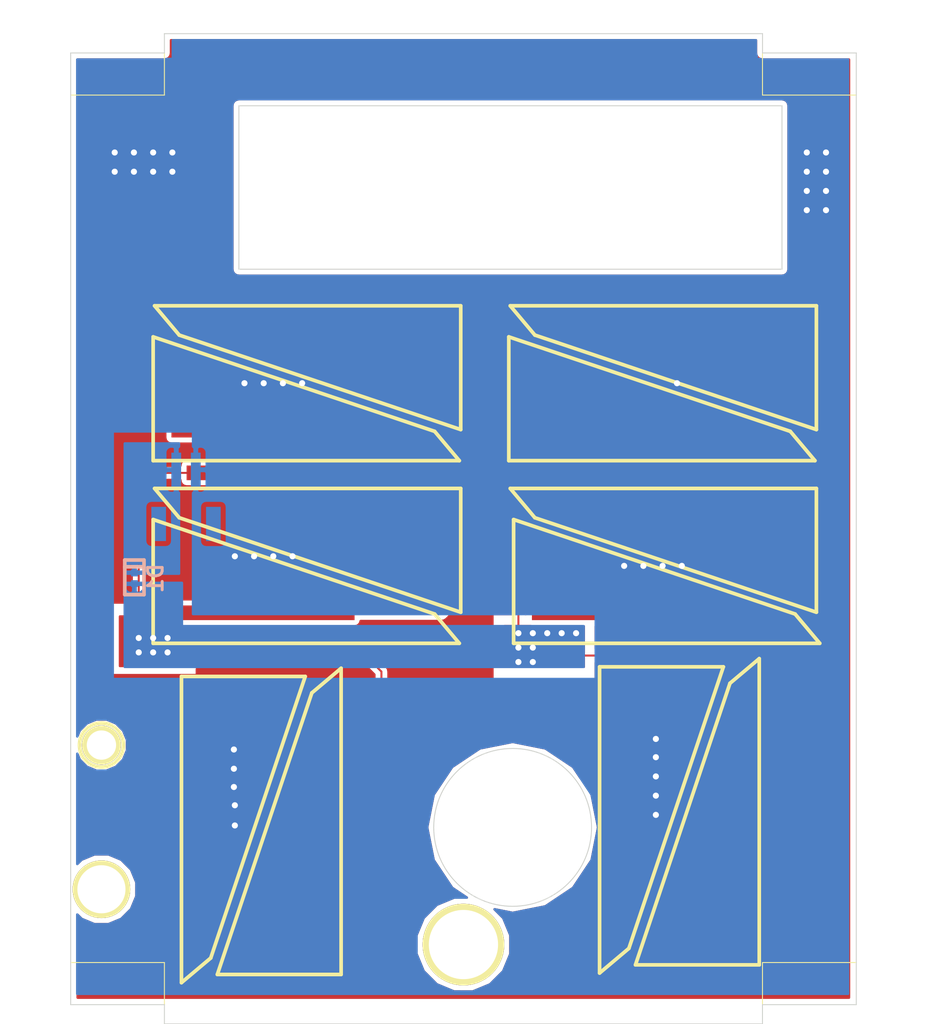
<source format=kicad_pcb>
(kicad_pcb (version 4) (host pcbnew "(after 2015-mar-04 BZR unknown)-product")

  (general
    (links 19)
    (no_connects 0)
    (area 59.371229 62.589409 141.199871 165.688011)
    (thickness 1.6002)
    (drawings 113)
    (tracks 174)
    (zones 0)
    (modules 17)
    (nets 10)
  )

  (page A4)
  (title_block
    (date "4 apr 2015")
  )

  (layers
    (0 Front signal hide)
    (31 Back signal)
    (32 B.Adhes user)
    (33 F.Adhes user)
    (34 B.Paste user)
    (35 F.Paste user)
    (36 B.SilkS user)
    (37 F.SilkS user)
    (38 B.Mask user)
    (39 F.Mask user)
    (40 Dwgs.User user)
    (41 Cmts.User user)
    (42 Eco1.User user)
    (43 Eco2.User user)
    (44 Edge.Cuts user)
  )

  (setup
    (last_trace_width 0.2032)
    (trace_clearance 0.254)
    (zone_clearance 0.508)
    (zone_45_only no)
    (trace_min 0.2032)
    (segment_width 0.09906)
    (edge_width 0.09906)
    (via_size 0.889)
    (via_drill 0.635)
    (via_min_size 0.889)
    (via_min_drill 0.508)
    (uvia_size 0.508)
    (uvia_drill 0.127)
    (uvias_allowed no)
    (uvia_min_size 0.508)
    (uvia_min_drill 0.127)
    (pcb_text_width 0.3048)
    (pcb_text_size 1.524 2.032)
    (mod_edge_width 0.381)
    (mod_text_size 1.524 1.524)
    (mod_text_width 0.3048)
    (pad_size 7.13994 7.13994)
    (pad_drill 7.13994)
    (pad_to_mask_clearance 0.254)
    (aux_axis_origin 0.01016 0)
    (visible_elements 7FFFFFBF)
    (pcbplotparams
      (layerselection 0x00030_80000001)
      (usegerberextensions true)
      (excludeedgelayer false)
      (linewidth 0.150000)
      (plotframeref false)
      (viasonmask false)
      (mode 1)
      (useauxorigin false)
      (hpglpennumber 1)
      (hpglpenspeed 20)
      (hpglpendiameter 15)
      (hpglpenoverlay 0)
      (psnegative false)
      (psa4output false)
      (plotreference true)
      (plotvalue true)
      (plotinvisibletext false)
      (padsonsilk false)
      (subtractmaskfromsilk false)
      (outputformat 1)
      (mirror false)
      (drillshape 0)
      (scaleselection 1)
      (outputdirectory Gerbers/))
  )

  (net 0 "")
  (net 1 /Minus)
  (net 2 /Plus)
  (net 3 N-000001)
  (net 4 N-000002)
  (net 5 N-000003)
  (net 6 N-000005)
  (net 7 N-000006)
  (net 8 N-000008)
  (net 9 N-000009)

  (net_class Default "This is the default net class."
    (clearance 0.254)
    (trace_width 0.2032)
    (via_dia 0.889)
    (via_drill 0.635)
    (uvia_dia 0.508)
    (uvia_drill 0.127)
    (add_net /Plus)
    (add_net N-000001)
    (add_net N-000002)
    (add_net N-000003)
    (add_net N-000005)
    (add_net N-000006)
    (add_net N-000008)
    (add_net N-000009)
  )

  (net_class Power ""
    (clearance 0.4318)
    (trace_width 0.381)
    (via_dia 0.889)
    (via_drill 0.635)
    (uvia_dia 0.508)
    (uvia_drill 0.127)
    (add_net /Minus)
  )

  (module 1pin (layer Front) (tedit 5079B32C) (tstamp 5079B0CA)
    (at 62.62116 136.6393)
    (descr "module 1 pin (ou trou mecanique de percage)")
    (tags DEV)
    (path 1pin)
    (fp_text reference 1PIN (at 0 -3.048) (layer F.SilkS) hide
      (effects (font (size 1.016 1.016) (thickness 0.254)))
    )
    (fp_text value P*** (at 0 2.794) (layer F.SilkS) hide
      (effects (font (size 1.016 1.016) (thickness 0.254)))
    )
    (fp_circle (center 0 0) (end 0 -2.286) (layer F.SilkS) (width 0.381))
    (pad 1 thru_hole circle (at 0 0) (size 4.064 4.064) (drill 3.048) (layers *.Cu *.Mask F.SilkS))
  )

  (module 1pin (layer Front) (tedit 508E0B51) (tstamp 5079A91B)
    (at 62.62116 151.638)
    (descr "module 1 pin (ou trou mecanique de percage)")
    (tags DEV)
    (path 1pin)
    (fp_text reference 1PIN (at 0 -3.048) (layer F.SilkS) hide
      (effects (font (size 1.016 1.016) (thickness 0.254)))
    )
    (fp_text value P*** (at 0 2.794) (layer F.SilkS) hide
      (effects (font (size 1.016 1.016) (thickness 0.254)))
    )
    (fp_circle (center 0 0) (end 0 -2.286) (layer F.SilkS) (width 0.381))
    (pad 1 thru_hole circle (at 0 0) (size 5.99948 5.99948) (drill 5.00126) (layers *.Cu *.Mask F.SilkS))
  )

  (module CONN_JST_2_SMD (layer Back) (tedit 5079B321) (tstamp 5079B7A3)
    (at 71.41972 113.6396)
    (path /4F7641F5)
    (fp_text reference P1 (at 0 -12.7) (layer B.SilkS) hide
      (effects (font (thickness 0.3048)) (justify mirror))
    )
    (fp_text value CONN_2 (at 0 -10.16) (layer B.SilkS) hide
      (effects (font (thickness 0.3048)) (justify mirror))
    )
    (pad 2 smd rect (at -1.016 -5.6388) (size 1.016 3.556) (layers Back B.Paste B.Mask)
      (net 5 N-000003))
    (pad 1 smd rect (at 1.016 -5.6388) (size 1.016 3.556) (layers Back B.Paste B.Mask)
      (net 1 /Minus))
    (pad 3 smd rect (at 2.8448 0) (size 1.524 3.556) (layers Back B.Paste B.Mask))
    (pad 4 smd rect (at -2.8448 0) (size 1.524 3.556) (layers Back B.Paste B.Mask))
    (model conn-mis\jst-2-smd.wrl
      (at (xyz 0 0 0))
      (scale (xyz 1 1 1))
      (rotate (xyz 0 0 0))
    )
  )

  (module 1pin (layer Front) (tedit 5079B370) (tstamp 4F7671DE)
    (at 100.28174 157.38856)
    (descr "module 1 pin (ou trou mecanique de percage)")
    (tags DEV)
    (path 1pin)
    (fp_text reference 1PIN (at 0 -3.048) (layer F.SilkS) hide
      (effects (font (size 1.016 1.016) (thickness 0.254)))
    )
    (fp_text value P*** (at 0 2.794) (layer F.SilkS) hide
      (effects (font (size 1.016 1.016) (thickness 0.254)))
    )
    (fp_circle (center 0 0) (end 0 -2.286) (layer F.SilkS) (width 0.381))
    (pad 1 thru_hole circle (at 0 0) (size 8.49884 8.49884) (drill 7.2009) (layers *.Cu *.Mask F.SilkS))
  )

  (module DFN1006 (layer Back) (tedit 5085761B) (tstamp 5085A21B)
    (at 66.05016 119.2911 90)
    (path /5085A1F7)
    (fp_text reference D1 (at 0 2.19964 90) (layer B.SilkS)
      (effects (font (thickness 0.3048)) (justify mirror))
    )
    (fp_text value DIODE (at 0 -2.4003 90) (layer B.SilkS) hide
      (effects (font (thickness 0.3048)) (justify mirror))
    )
    (fp_line (start -1.19888 1.00076) (end -1.69926 1.00076) (layer B.SilkS) (width 0.381))
    (fp_line (start -1.69926 1.00076) (end -1.69926 -1.00076) (layer B.SilkS) (width 0.381))
    (fp_line (start -1.69926 -1.00076) (end -1.30048 -1.00076) (layer B.SilkS) (width 0.381))
    (fp_line (start 1.19888 1.00076) (end 1.89992 1.00076) (layer B.SilkS) (width 0.381))
    (fp_line (start 1.89992 1.00076) (end 1.89992 -0.89916) (layer B.SilkS) (width 0.381))
    (fp_line (start 1.89992 -0.89916) (end 1.89992 -1.00076) (layer B.SilkS) (width 0.381))
    (fp_line (start 1.89992 -1.00076) (end 1.09982 -1.00076) (layer B.SilkS) (width 0.381))
    (fp_line (start -1.19888 1.00076) (end 1.19888 1.00076) (layer B.SilkS) (width 0.381))
    (fp_line (start 1.19888 1.00076) (end 1.19888 -0.89916) (layer B.SilkS) (width 0.381))
    (fp_line (start 1.19888 -0.89916) (end 1.19888 -1.00076) (layer B.SilkS) (width 0.381))
    (fp_line (start 1.19888 -1.00076) (end -1.19888 -1.00076) (layer B.SilkS) (width 0.381))
    (pad 1 smd rect (at -0.55118 0 90) (size 0.70104 0.70104) (layers Back B.Paste B.Mask)
      (net 2 /Plus))
    (pad 2 smd rect (at 0.55118 0 90) (size 0.70104 0.70104) (layers Back B.Paste B.Mask)
      (net 5 N-000003))
  )

  (module SPECTROLAB_TASC2 (layer Front) (tedit 51D350D6) (tstamp 507CB759)
    (at 100 91 90)
    (path /5070913D)
    (solder_paste_ratio -0.5)
    (fp_text reference S1 (at -6.1 1.4 90) (layer F.SilkS) hide
      (effects (font (thickness 0.3048)))
    )
    (fp_text value SOLARCELL (at 1.6 -16 180) (layer F.SilkS) hide
      (effects (font (thickness 0.3048)))
    )
    (fp_line (start -12.82212 0) (end -2.99232 -29.2862) (layer F.SilkS) (width 0.381))
    (fp_line (start -2.99232 -29.2862) (end 0.05568 -31.8516) (layer F.SilkS) (width 0.381))
    (fp_line (start -12.82212 0) (end 0.05568 0) (layer F.SilkS) (width 0.381))
    (fp_line (start 0.05568 0) (end 0.05568 -31.8516) (layer F.SilkS) (width 0.381))
    (pad 1 smd rect (at 1.32568 -4.5085 270) (size 1.524 2.0574) (layers Front F.Paste F.Mask)
      (net 3 N-000001))
    (pad 2 smd rect (at -3.11932 -11.43 270) (size 1.524 19.05) (layers Front F.Paste F.Mask)
      (net 1 /Minus))
    (model 3D/Spectrolab_TASC2.wrl
      (at (xyz 0 0 0))
      (scale (xyz 0.3937 0.3937 0.3937))
      (rotate (xyz 0 0 0))
    )
  )

  (module SPECTROLAB_TASC2 (layer Front) (tedit 51D350D6) (tstamp 52B76742)
    (at 68 107 270)
    (path /50709142)
    (solder_paste_ratio -0.5)
    (fp_text reference S2 (at -6.1 1.4 270) (layer F.SilkS) hide
      (effects (font (thickness 0.3048)))
    )
    (fp_text value SOLARCELL (at 1.6 -16 360) (layer F.SilkS) hide
      (effects (font (thickness 0.3048)))
    )
    (fp_line (start -12.82212 0) (end -2.99232 -29.2862) (layer F.SilkS) (width 0.381))
    (fp_line (start -2.99232 -29.2862) (end 0.05568 -31.8516) (layer F.SilkS) (width 0.381))
    (fp_line (start -12.82212 0) (end 0.05568 0) (layer F.SilkS) (width 0.381))
    (fp_line (start 0.05568 0) (end 0.05568 -31.8516) (layer F.SilkS) (width 0.381))
    (pad 1 smd rect (at 1.32568 -4.5085 90) (size 1.524 2.0574) (layers Front F.Paste F.Mask)
      (net 2 /Plus))
    (pad 2 smd rect (at -3.11932 -11.43 90) (size 1.524 19.05) (layers Front F.Paste F.Mask)
      (net 3 N-000001))
    (model 3D/Spectrolab_TASC2.wrl
      (at (xyz 0 0 0))
      (scale (xyz 0.3937 0.3937 0.3937))
      (rotate (xyz 0 0 0))
    )
  )

  (module SPECTROLAB_TASC2 (layer Front) (tedit 51D350D6) (tstamp 507CB75D)
    (at 137 91 90)
    (path /5070912E)
    (solder_paste_ratio -0.5)
    (fp_text reference S3 (at -6.1 1.4 90) (layer F.SilkS) hide
      (effects (font (thickness 0.3048)))
    )
    (fp_text value SOLARCELL (at 1.6 -16 180) (layer F.SilkS) hide
      (effects (font (thickness 0.3048)))
    )
    (fp_line (start -12.82212 0) (end -2.99232 -29.2862) (layer F.SilkS) (width 0.381))
    (fp_line (start -2.99232 -29.2862) (end 0.05568 -31.8516) (layer F.SilkS) (width 0.381))
    (fp_line (start -12.82212 0) (end 0.05568 0) (layer F.SilkS) (width 0.381))
    (fp_line (start 0.05568 0) (end 0.05568 -31.8516) (layer F.SilkS) (width 0.381))
    (pad 1 smd rect (at 1.32568 -4.5085 270) (size 1.524 2.0574) (layers Front F.Paste F.Mask)
      (net 9 N-000009))
    (pad 2 smd rect (at -3.11932 -11.43 270) (size 1.524 19.05) (layers Front F.Paste F.Mask)
      (net 1 /Minus))
    (model 3D/Spectrolab_TASC2.wrl
      (at (xyz 0 0 0))
      (scale (xyz 0.3937 0.3937 0.3937))
      (rotate (xyz 0 0 0))
    )
  )

  (module SPECTROLAB_TASC2 (layer Front) (tedit 51D350D6) (tstamp 507CB75F)
    (at 105 107 270)
    (path /50709134)
    (solder_paste_ratio -0.5)
    (fp_text reference S4 (at -6.1 1.4 270) (layer F.SilkS) hide
      (effects (font (thickness 0.3048)))
    )
    (fp_text value SOLARCELL (at 1.6 -16 360) (layer F.SilkS) hide
      (effects (font (thickness 0.3048)))
    )
    (fp_line (start -12.82212 0) (end -2.99232 -29.2862) (layer F.SilkS) (width 0.381))
    (fp_line (start -2.99232 -29.2862) (end 0.05568 -31.8516) (layer F.SilkS) (width 0.381))
    (fp_line (start -12.82212 0) (end 0.05568 0) (layer F.SilkS) (width 0.381))
    (fp_line (start 0.05568 0) (end 0.05568 -31.8516) (layer F.SilkS) (width 0.381))
    (pad 1 smd rect (at 1.32568 -4.5085 90) (size 1.524 2.0574) (layers Front F.Paste F.Mask)
      (net 2 /Plus))
    (pad 2 smd rect (at -3.11932 -11.43 90) (size 1.524 19.05) (layers Front F.Paste F.Mask)
      (net 9 N-000009))
    (model 3D/Spectrolab_TASC2.wrl
      (at (xyz 0 0 0))
      (scale (xyz 0.3937 0.3937 0.3937))
      (rotate (xyz 0 0 0))
    )
  )

  (module SPECTROLAB_TASC2 (layer Front) (tedit 51D350D6) (tstamp 507CB763)
    (at 68 126 270)
    (path /50709127)
    (solder_paste_ratio -0.5)
    (fp_text reference S6 (at -6.1 1.4 270) (layer F.SilkS) hide
      (effects (font (thickness 0.3048)))
    )
    (fp_text value SOLARCELL (at 1.6 -16 360) (layer F.SilkS) hide
      (effects (font (thickness 0.3048)))
    )
    (fp_line (start -12.82212 0) (end -2.99232 -29.2862) (layer F.SilkS) (width 0.381))
    (fp_line (start -2.99232 -29.2862) (end 0.05568 -31.8516) (layer F.SilkS) (width 0.381))
    (fp_line (start -12.82212 0) (end 0.05568 0) (layer F.SilkS) (width 0.381))
    (fp_line (start 0.05568 0) (end 0.05568 -31.8516) (layer F.SilkS) (width 0.381))
    (pad 1 smd rect (at 1.32568 -4.5085 90) (size 1.524 2.0574) (layers Front F.Paste F.Mask)
      (net 2 /Plus))
    (pad 2 smd rect (at -3.11932 -11.43 90) (size 1.524 19.05) (layers Front F.Paste F.Mask)
      (net 8 N-000008))
    (model 3D/Spectrolab_TASC2.wrl
      (at (xyz 0 0 0))
      (scale (xyz 0.3937 0.3937 0.3937))
      (rotate (xyz 0 0 0))
    )
  )

  (module SPECTROLAB_TASC2 (layer Front) (tedit 51D350D6) (tstamp 507CB761)
    (at 100 110 90)
    (path /5070911F)
    (solder_paste_ratio -0.5)
    (fp_text reference S5 (at -6.1 1.4 90) (layer F.SilkS) hide
      (effects (font (thickness 0.3048)))
    )
    (fp_text value SOLARCELL (at 1.6 -16 180) (layer F.SilkS) hide
      (effects (font (thickness 0.3048)))
    )
    (fp_line (start -12.82212 0) (end -2.99232 -29.2862) (layer F.SilkS) (width 0.381))
    (fp_line (start -2.99232 -29.2862) (end 0.05568 -31.8516) (layer F.SilkS) (width 0.381))
    (fp_line (start -12.82212 0) (end 0.05568 0) (layer F.SilkS) (width 0.381))
    (fp_line (start 0.05568 0) (end 0.05568 -31.8516) (layer F.SilkS) (width 0.381))
    (pad 1 smd rect (at 1.32568 -4.5085 270) (size 1.524 2.0574) (layers Front F.Paste F.Mask)
      (net 8 N-000008))
    (pad 2 smd rect (at -3.11932 -11.43 270) (size 1.524 19.05) (layers Front F.Paste F.Mask)
      (net 1 /Minus))
    (model 3D/Spectrolab_TASC2.wrl
      (at (xyz 0 0 0))
      (scale (xyz 0.3937 0.3937 0.3937))
      (rotate (xyz 0 0 0))
    )
  )

  (module SPECTROLAB_TASC2 (layer Front) (tedit 51D350D6) (tstamp 507CB767)
    (at 105.5 126 270)
    (path /5070911B)
    (solder_paste_ratio -0.5)
    (fp_text reference S8 (at -6.1 1.4 270) (layer F.SilkS) hide
      (effects (font (thickness 0.3048)))
    )
    (fp_text value SOLARCELL (at 1.6 -16 360) (layer F.SilkS) hide
      (effects (font (thickness 0.3048)))
    )
    (fp_line (start -12.82212 0) (end -2.99232 -29.2862) (layer F.SilkS) (width 0.381))
    (fp_line (start -2.99232 -29.2862) (end 0.05568 -31.8516) (layer F.SilkS) (width 0.381))
    (fp_line (start -12.82212 0) (end 0.05568 0) (layer F.SilkS) (width 0.381))
    (fp_line (start 0.05568 0) (end 0.05568 -31.8516) (layer F.SilkS) (width 0.381))
    (pad 1 smd rect (at 1.32568 -4.5085 90) (size 1.524 2.0574) (layers Front F.Paste F.Mask)
      (net 2 /Plus))
    (pad 2 smd rect (at -3.11932 -11.43 90) (size 1.524 19.05) (layers Front F.Paste F.Mask)
      (net 6 N-000005))
    (model 3D/Spectrolab_TASC2.wrl
      (at (xyz 0 0 0))
      (scale (xyz 0.3937 0.3937 0.3937))
      (rotate (xyz 0 0 0))
    )
  )

  (module SPECTROLAB_TASC2 (layer Front) (tedit 51D350D6) (tstamp 507CB765)
    (at 137 110 90)
    (path /5070910A)
    (solder_paste_ratio -0.5)
    (fp_text reference S7 (at -6.1 1.4 90) (layer F.SilkS) hide
      (effects (font (thickness 0.3048)))
    )
    (fp_text value SOLARCELL (at 1.6 -16 180) (layer F.SilkS) hide
      (effects (font (thickness 0.3048)))
    )
    (fp_line (start -12.82212 0) (end -2.99232 -29.2862) (layer F.SilkS) (width 0.381))
    (fp_line (start -2.99232 -29.2862) (end 0.05568 -31.8516) (layer F.SilkS) (width 0.381))
    (fp_line (start -12.82212 0) (end 0.05568 0) (layer F.SilkS) (width 0.381))
    (fp_line (start 0.05568 0) (end 0.05568 -31.8516) (layer F.SilkS) (width 0.381))
    (pad 1 smd rect (at 1.32568 -4.5085 270) (size 1.524 2.0574) (layers Front F.Paste F.Mask)
      (net 6 N-000005))
    (pad 2 smd rect (at -3.11932 -11.43 270) (size 1.524 19.05) (layers Front F.Paste F.Mask)
      (net 1 /Minus))
    (model 3D/Spectrolab_TASC2.wrl
      (at (xyz 0 0 0))
      (scale (xyz 0.3937 0.3937 0.3937))
      (rotate (xyz 0 0 0))
    )
  )

  (module SPECTROLAB_TASC2 (layer Front) (tedit 51D350D6) (tstamp 507CB76B)
    (at 87.5 160.5)
    (path /50709111)
    (solder_paste_ratio -0.5)
    (fp_text reference S10 (at -6.1 1.4) (layer F.SilkS) hide
      (effects (font (thickness 0.3048)))
    )
    (fp_text value SOLARCELL (at 1.6 -16 90) (layer F.SilkS) hide
      (effects (font (thickness 0.3048)))
    )
    (fp_line (start -12.82212 0) (end -2.99232 -29.2862) (layer F.SilkS) (width 0.381))
    (fp_line (start -2.99232 -29.2862) (end 0.05568 -31.8516) (layer F.SilkS) (width 0.381))
    (fp_line (start -12.82212 0) (end 0.05568 0) (layer F.SilkS) (width 0.381))
    (fp_line (start 0.05568 0) (end 0.05568 -31.8516) (layer F.SilkS) (width 0.381))
    (pad 1 smd rect (at 1.32568 -4.5085 180) (size 1.524 2.0574) (layers Front F.Paste F.Mask)
      (net 2 /Plus))
    (pad 2 smd rect (at -3.11932 -11.43 180) (size 1.524 19.05) (layers Front F.Paste F.Mask)
      (net 7 N-000006))
    (model 3D/Spectrolab_TASC2.wrl
      (at (xyz 0 0 0))
      (scale (xyz 0.3937 0.3937 0.3937))
      (rotate (xyz 0 0 0))
    )
  )

  (module SPECTROLAB_TASC2 (layer Front) (tedit 51D350D6) (tstamp 507CB769)
    (at 71 129.5 180)
    (path /50709104)
    (solder_paste_ratio -0.5)
    (fp_text reference S9 (at -6.1 1.4 180) (layer F.SilkS) hide
      (effects (font (thickness 0.3048)))
    )
    (fp_text value SOLARCELL (at 1.6 -16 270) (layer F.SilkS) hide
      (effects (font (thickness 0.3048)))
    )
    (fp_line (start -12.82212 0) (end -2.99232 -29.2862) (layer F.SilkS) (width 0.381))
    (fp_line (start -2.99232 -29.2862) (end 0.05568 -31.8516) (layer F.SilkS) (width 0.381))
    (fp_line (start -12.82212 0) (end 0.05568 0) (layer F.SilkS) (width 0.381))
    (fp_line (start 0.05568 0) (end 0.05568 -31.8516) (layer F.SilkS) (width 0.381))
    (pad 1 smd rect (at 1.32568 -4.5085) (size 1.524 2.0574) (layers Front F.Paste F.Mask)
      (net 7 N-000006))
    (pad 2 smd rect (at -3.11932 -11.43) (size 1.524 19.05) (layers Front F.Paste F.Mask)
      (net 1 /Minus))
    (model 3D/Spectrolab_TASC2.wrl
      (at (xyz 0 0 0))
      (scale (xyz 0.3937 0.3937 0.3937))
      (rotate (xyz 0 0 0))
    )
  )

  (module SPECTROLAB_TASC2 (layer Front) (tedit 51D350D6) (tstamp 507CB76F)
    (at 131 159.5)
    (path /5070A248)
    (solder_paste_ratio -0.5)
    (fp_text reference S12 (at -6.1 1.4) (layer F.SilkS) hide
      (effects (font (thickness 0.3048)))
    )
    (fp_text value SOLARCELL (at 1.6 -16 90) (layer F.SilkS) hide
      (effects (font (thickness 0.3048)))
    )
    (fp_line (start -12.82212 0) (end -2.99232 -29.2862) (layer F.SilkS) (width 0.381))
    (fp_line (start -2.99232 -29.2862) (end 0.05568 -31.8516) (layer F.SilkS) (width 0.381))
    (fp_line (start -12.82212 0) (end 0.05568 0) (layer F.SilkS) (width 0.381))
    (fp_line (start 0.05568 0) (end 0.05568 -31.8516) (layer F.SilkS) (width 0.381))
    (pad 1 smd rect (at 1.32568 -4.5085 180) (size 1.524 2.0574) (layers Front F.Paste F.Mask)
      (net 2 /Plus))
    (pad 2 smd rect (at -3.11932 -11.43 180) (size 1.524 19.05) (layers Front F.Paste F.Mask)
      (net 4 N-000002))
    (model 3D/Spectrolab_TASC2.wrl
      (at (xyz 0 0 0))
      (scale (xyz 0.3937 0.3937 0.3937))
      (rotate (xyz 0 0 0))
    )
  )

  (module SPECTROLAB_TASC2 (layer Front) (tedit 51D350D6) (tstamp 507CB76D)
    (at 114.5 128.5 180)
    (path /5070A241)
    (solder_paste_ratio -0.5)
    (fp_text reference S11 (at -6.1 1.4 180) (layer F.SilkS) hide
      (effects (font (thickness 0.3048)))
    )
    (fp_text value SOLARCELL (at 1.6 -16 270) (layer F.SilkS) hide
      (effects (font (thickness 0.3048)))
    )
    (fp_line (start -12.82212 0) (end -2.99232 -29.2862) (layer F.SilkS) (width 0.381))
    (fp_line (start -2.99232 -29.2862) (end 0.05568 -31.8516) (layer F.SilkS) (width 0.381))
    (fp_line (start -12.82212 0) (end 0.05568 0) (layer F.SilkS) (width 0.381))
    (fp_line (start 0.05568 0) (end 0.05568 -31.8516) (layer F.SilkS) (width 0.381))
    (pad 1 smd rect (at 1.32568 -4.5085) (size 1.524 2.0574) (layers Front F.Paste F.Mask)
      (net 4 N-000002))
    (pad 2 smd rect (at -3.11932 -11.43) (size 1.524 19.05) (layers Front F.Paste F.Mask)
      (net 1 /Minus))
    (model 3D/Spectrolab_TASC2.wrl
      (at (xyz 0 0 0))
      (scale (xyz 0.3937 0.3937 0.3937))
      (rotate (xyz 0 0 0))
    )
  )

  (gr_line (start 69.17182 64.64808) (end 69.17182 62.63894) (angle 90) (layer Edge.Cuts) (width 0.09906))
  (gr_line (start 59.42076 64.64808) (end 69.17182 64.64808) (angle 90) (layer Edge.Cuts) (width 0.09906))
  (gr_line (start 131.39674 64.64808) (end 141.15034 64.64808) (angle 90) (layer Edge.Cuts) (width 0.09906))
  (gr_line (start 131.39674 62.63894) (end 131.39674 64.64808) (angle 90) (layer Edge.Cuts) (width 0.09906))
  (gr_circle (center 105.4 145.2) (end 97.2 144.8) (layer Edge.Cuts) (width 0.09906))
  (gr_line (start 69.17182 62.63894) (end 131.39674 62.63894) (angle 90) (layer Edge.Cuts) (width 0.09906))
  (gr_line (start 131.39166 163.6395) (end 131.39166 165.63848) (angle 90) (layer Edge.Cuts) (width 0.09906))
  (gr_line (start 69.17182 163.6395) (end 69.17182 165.63848) (angle 90) (layer Edge.Cuts) (width 0.09906))
  (gr_line (start 131.39166 165.63848) (end 69.17182 165.63848) (angle 90) (layer Edge.Cuts) (width 0.09906))
  (gr_line (start 76.92136 70.13956) (end 76.92136 87.13978) (angle 90) (layer Edge.Cuts) (width 0.09906))
  (gr_line (start 133.42112 70.13956) (end 133.42112 87.13978) (angle 90) (layer Edge.Cuts) (width 0.09906))
  (gr_line (start 76.92136 70.13956) (end 133.42112 70.13956) (angle 90) (layer Edge.Cuts) (width 0.09906))
  (gr_line (start 133.42112 87.13978) (end 76.92136 87.13978) (angle 90) (layer Edge.Cuts) (width 0.09906))
  (gr_line (start 142.02156 144.23898) (end 62.4205 144.23898) (angle 90) (layer Cmts.User) (width 0.09906))
  (gr_line (start 64.52108 129.03962) (end 147.52066 129.03962) (angle 90) (layer Cmts.User) (width 0.09906))
  (gr_line (start 146.32178 118.3386) (end 146.32178 118.23954) (angle 90) (layer Cmts.User) (width 0.09906))
  (gr_line (start 63.82004 110.34014) (end 146.32178 110.34014) (angle 90) (layer Cmts.User) (width 0.09906))
  (gr_line (start 63.62192 91.73718) (end 148.62048 91.73718) (angle 90) (layer Cmts.User) (width 0.09906))
  (gr_line (start 148.06168 133.86816) (end 148.06168 133.87832) (angle 90) (layer Cmts.User) (width 0.09906))
  (gr_line (start 63.44412 125.86716) (end 147.56384 125.86716) (angle 90) (layer Cmts.User) (width 0.09906))
  (gr_line (start 64.05118 107.2896) (end 149.73046 107.2896) (angle 90) (layer Cmts.User) (width 0.09906))
  (gr_line (start 69.17182 159.258) (end 59.42076 159.258) (angle 90) (layer F.SilkS) (width 0.09906))
  (gr_line (start 69.17182 163.6395) (end 69.17182 159.258) (angle 90) (layer F.SilkS) (width 0.09906))
  (gr_line (start 131.39166 159.258) (end 141.15034 159.258) (angle 90) (layer F.SilkS) (width 0.09906))
  (gr_line (start 131.39166 163.6395) (end 131.39166 159.258) (angle 90) (layer F.SilkS) (width 0.09906))
  (gr_line (start 131.39166 69.02958) (end 141.15034 69.02958) (angle 90) (layer F.SilkS) (width 0.09906))
  (gr_line (start 131.39166 64.64808) (end 131.39166 69.02958) (angle 90) (layer F.SilkS) (width 0.09906))
  (gr_line (start 69.17182 69.02958) (end 59.42076 69.02958) (angle 90) (layer F.SilkS) (width 0.09906))
  (gr_line (start 69.17182 64.64808) (end 69.17182 69.02958) (angle 90) (layer F.SilkS) (width 0.09906))
  (gr_line (start 141.15034 163.6395) (end 131.39166 163.6395) (angle 90) (layer Edge.Cuts) (width 0.09906))
  (gr_line (start 141.15034 64.64808) (end 141.15034 163.6395) (angle 90) (layer Edge.Cuts) (width 0.09906))
  (gr_line (start 59.42076 163.6395) (end 59.42076 64.64808) (angle 90) (layer Edge.Cuts) (width 0.09906))
  (gr_line (start 59.42076 163.6395) (end 69.17182 163.6395) (angle 90) (layer Edge.Cuts) (width 0.09906))
  (gr_line (start 128.72974 162.27044) (end 141.84376 162.27044) (angle 90) (layer Dwgs.User) (width 0.381))
  (gr_line (start 128.72974 161.25444) (end 128.72974 162.27044) (angle 90) (layer Dwgs.User) (width 0.381))
  (gr_line (start 135.4709 161.25444) (end 128.72974 161.25444) (angle 90) (layer Dwgs.User) (width 0.381))
  (gr_line (start 135.4709 161.25444) (end 135.4709 65.95364) (angle 90) (layer Dwgs.User) (width 0.381))
  (gr_line (start 140.09878 65.95364) (end 135.4709 65.95364) (angle 90) (layer Dwgs.User) (width 0.381))
  (gr_line (start 140.09878 65.95364) (end 140.09878 161.25444) (angle 90) (layer Dwgs.User) (width 0.381))
  (gr_line (start 141.84376 161.25444) (end 140.09878 161.25444) (angle 90) (layer Dwgs.User) (width 0.381))
  (gr_line (start 141.84376 162.27044) (end 141.84376 161.25444) (angle 90) (layer Dwgs.User) (width 0.381))
  (gr_line (start 58.4708 162.27044) (end 71.58482 162.27044) (angle 90) (layer Dwgs.User) (width 0.381))
  (gr_line (start 58.4708 161.25444) (end 58.4708 162.27044) (angle 90) (layer Dwgs.User) (width 0.381))
  (gr_line (start 71.58482 161.25444) (end 58.4708 161.25444) (angle 90) (layer Dwgs.User) (width 0.381))
  (gr_line (start 71.58482 162.27044) (end 71.58482 161.25444) (angle 90) (layer Dwgs.User) (width 0.381))
  (gr_line (start 141.46276 162.39744) (end 141.46276 163.7919) (angle 90) (layer Dwgs.User) (width 0.381))
  (gr_line (start 148.0566 162.39744) (end 141.46276 162.39744) (angle 90) (layer Dwgs.User) (width 0.381))
  (gr_line (start 148.0566 65.82664) (end 148.0566 162.39744) (angle 90) (layer Dwgs.User) (width 0.381))
  (gr_line (start 141.46276 65.82664) (end 148.0566 65.82664) (angle 90) (layer Dwgs.User) (width 0.381))
  (gr_line (start 141.46276 64.43218) (end 141.46276 65.82664) (angle 90) (layer Dwgs.User) (width 0.381))
  (gr_line (start 141.46276 64.43218) (end 58.8518 64.43218) (angle 90) (layer Dwgs.User) (width 0.381))
  (gr_line (start 58.8518 64.43218) (end 58.8518 65.82664) (angle 90) (layer Dwgs.User) (width 0.381))
  (gr_line (start 52.25796 65.82664) (end 58.8518 65.82664) (angle 90) (layer Dwgs.User) (width 0.381))
  (gr_line (start 52.25796 65.82664) (end 52.25796 162.39744) (angle 90) (layer Dwgs.User) (width 0.381))
  (gr_line (start 52.25796 162.39744) (end 58.8518 162.39744) (angle 90) (layer Dwgs.User) (width 0.381))
  (gr_line (start 58.8518 162.39744) (end 58.8518 163.7919) (angle 90) (layer Dwgs.User) (width 0.381))
  (gr_line (start 141.46276 163.7919) (end 58.8518 163.7919) (angle 90) (layer Dwgs.User) (width 0.381))
  (gr_line (start 124.11202 94.1197) (end 112.12322 94.1197) (angle 90) (layer Dwgs.User) (width 0.381))
  (gr_arc (start 112.12322 91.76258) (end 109.89564 92.53474) (angle -70.8) (layer Dwgs.User) (width 0.381))
  (gr_line (start 109.8931 92.53474) (end 85.25764 92.53474) (angle 90) (layer Dwgs.User) (width 0.381))
  (gr_arc (start 85.25764 89.99982) (end 85.25764 87.46236) (angle -180) (layer Dwgs.User) (width 0.381))
  (gr_line (start 85.25764 87.46236) (end 109.8931 87.46236) (angle 90) (layer Dwgs.User) (width 0.381))
  (gr_arc (start 112.12322 88.23706) (end 112.12322 85.8774) (angle -70.8) (layer Dwgs.User) (width 0.381))
  (gr_line (start 112.12322 85.8774) (end 124.11202 85.8774) (angle 90) (layer Dwgs.User) (width 0.381))
  (gr_arc (start 124.11202 88.23706) (end 126.47168 88.23706) (angle -90) (layer Dwgs.User) (width 0.381))
  (gr_line (start 126.47168 88.23706) (end 126.47168 91.76258) (angle 90) (layer Dwgs.User) (width 0.381))
  (gr_arc (start 124.11202 91.76258) (end 124.11202 94.1197) (angle -90) (layer Dwgs.User) (width 0.381))
  (gr_arc (start 117.12956 104.88168) (end 117.12956 100.11156) (angle -118.5) (layer Dwgs.User) (width 0.381))
  (gr_line (start 117.12956 100.11156) (end 125.70968 100.11156) (angle 90) (layer Dwgs.User) (width 0.381))
  (gr_arc (start 125.70968 104.88168) (end 130.47726 104.88168) (angle -90) (layer Dwgs.User) (width 0.381))
  (gr_line (start 130.47726 104.88168) (end 130.47726 128.68402) (angle 90) (layer Dwgs.User) (width 0.381))
  (gr_arc (start 125.70968 128.68402) (end 122.3391 132.0546) (angle -135) (layer Dwgs.User) (width 0.381))
  (gr_line (start 114.78514 124.50318) (end 122.3391 132.05714) (angle 90) (layer Dwgs.User) (width 0.381))
  (gr_arc (start 118.15826 121.1326) (end 113.7158 119.40032) (angle -66.3) (layer Dwgs.User) (width 0.381))
  (gr_arc (start 100.15728 114.11204) (end 113.7158 119.39778) (angle -49.8) (layer Dwgs.User) (width 0.381))
  (gr_circle (center 62.64402 151.6253) (end 62.64402 148.45538) (layer Dwgs.User) (width 0.381))
  (gr_circle (center 100.15728 114.11204) (end 100.15728 106.55046) (layer Dwgs.User) (width 0.381))
  (gr_circle (center 100.15728 157.29966) (end 100.15728 154.12974) (layer Dwgs.User) (width 0.381))
  (gr_circle (center 100.15728 97.60966) (end 100.15728 94.43974) (layer Dwgs.User) (width 0.381))
  (gr_circle (center 129.76352 77.43698) (end 129.76352 74.26706) (layer Dwgs.User) (width 0.381))
  (gr_circle (center 80.30972 77.43698) (end 80.30972 74.26706) (layer Dwgs.User) (width 0.381))
  (gr_circle (center 102.6922 78.41234) (end 102.6922 73.02246) (layer Dwgs.User) (width 0.381))
  (gr_circle (center 90.25382 76.14158) (end 90.25382 70.7517) (layer Dwgs.User) (width 0.381))
  (gr_line (start 111.48822 80.0989) (end 113.58118 82.19186) (angle 90) (layer Dwgs.User) (width 0.381))
  (gr_line (start 111.48822 72.93102) (end 111.48822 80.0989) (angle 90) (layer Dwgs.User) (width 0.381))
  (gr_line (start 121.79808 72.93102) (end 111.48822 72.93102) (angle 90) (layer Dwgs.User) (width 0.381))
  (gr_line (start 121.79808 80.0989) (end 121.79808 72.93102) (angle 90) (layer Dwgs.User) (width 0.381))
  (gr_line (start 119.70512 82.19186) (end 121.79808 80.0989) (angle 90) (layer Dwgs.User) (width 0.381))
  (gr_line (start 113.58118 82.19186) (end 119.70512 82.19186) (angle 90) (layer Dwgs.User) (width 0.381))
  (gr_circle (center 62.64402 76.59624) (end 62.64402 73.42632) (layer Dwgs.User) (width 0.381))
  (gr_arc (start 100.15728 171.02328) (end 110.5662 153.6954) (angle -61.9) (layer Dwgs.User) (width 0.381))
  (gr_arc (start 84.85124 145.542) (end 84.85124 155.0543) (angle -30.9) (layer Dwgs.User) (width 0.381))
  (gr_line (start 74.96556 155.0543) (end 84.85124 155.0543) (angle 90) (layer Dwgs.User) (width 0.381))
  (gr_arc (start 74.96556 150.28418) (end 71.59498 146.9136) (angle -135) (layer Dwgs.User) (width 0.381))
  (gr_line (start 89.76614 128.7399) (end 71.59244 146.9136) (angle 90) (layer Dwgs.User) (width 0.381))
  (gr_arc (start 93.13672 132.11302) (end 94.87154 127.67056) (angle -66.3) (layer Dwgs.User) (width 0.381))
  (gr_arc (start 100.15728 114.11204) (end 94.87154 127.67056) (angle -42.6) (layer Dwgs.User) (width 0.381))
  (gr_arc (start 107.17784 132.11302) (end 110.54842 128.7399) (angle -66.3) (layer Dwgs.User) (width 0.381))
  (gr_line (start 128.72212 146.9136) (end 110.54842 128.7399) (angle 90) (layer Dwgs.User) (width 0.381))
  (gr_arc (start 125.349 150.28418) (end 125.349 155.0543) (angle -135) (layer Dwgs.User) (width 0.381))
  (gr_line (start 115.46332 155.0543) (end 125.349 155.0543) (angle 90) (layer Dwgs.User) (width 0.381))
  (gr_arc (start 115.46332 145.542) (end 110.5662 153.6954) (angle -30.9) (layer Dwgs.User) (width 0.381))
  (gr_line (start 59.21502 139.30376) (end 59.21502 89.62898) (angle 90) (layer Dwgs.User) (width 0.381))
  (gr_arc (start 64.27978 89.62898) (end 67.85864 86.04758) (angle -135) (layer Dwgs.User) (width 0.381))
  (gr_line (start 67.85864 86.04758) (end 85.52942 103.71836) (angle 90) (layer Dwgs.User) (width 0.381))
  (gr_arc (start 82.1563 107.09148) (end 86.59876 108.82376) (angle -66.3) (layer Dwgs.User) (width 0.381))
  (gr_arc (start 100.15728 114.11204) (end 86.59876 108.8263) (angle -42.6) (layer Dwgs.User) (width 0.381))
  (gr_arc (start 82.1563 121.1326) (end 85.52688 124.50318) (angle -66.3) (layer Dwgs.User) (width 0.381))
  (gr_line (start 85.52942 124.50318) (end 67.35572 142.67688) (angle 90) (layer Dwgs.User) (width 0.381))
  (gr_arc (start 63.98514 139.30376) (end 59.21502 139.30376) (angle -135) (layer Dwgs.User) (width 0.381))
  (gr_circle (center 144.0942 76.66482) (end 144.0942 74.38136) (layer Dwgs.User) (width 0.381))
  (gr_circle (center 144.0942 114.11204) (end 144.0942 111.82858) (layer Dwgs.User) (width 0.381))
  (gr_circle (center 144.0942 151.55926) (end 144.0942 149.2758) (layer Dwgs.User) (width 0.381))

  (segment (start 74.11932 140.93) (end 76.33 140.93) (width 0.381) (layer Front) (net 1))
  (via (at 76.5 145) (size 0.889) (layers Front Back) (net 1))
  (segment (start 76.5 142.9) (end 76.5 145) (width 0.381) (layer Front) (net 1) (tstamp 552E152D))
  (via (at 76.5 142.9) (size 0.889) (layers Front Back) (net 1))
  (segment (start 76.5 137.2) (end 76.5 142.9) (width 0.381) (layer Back) (net 1) (tstamp 552E152A))
  (segment (start 76.4 137.1) (end 76.5 137.2) (width 0.381) (layer Back) (net 1) (tstamp 552E1529))
  (via (at 76.4 137.1) (size 0.889) (layers Front Back) (net 1))
  (segment (start 76.4 139.1) (end 76.4 137.1) (width 0.381) (layer Front) (net 1) (tstamp 552E1526))
  (via (at 76.4 139.1) (size 0.889) (layers Front Back) (net 1))
  (segment (start 76.4 141) (end 76.4 139.1) (width 0.381) (layer Back) (net 1) (tstamp 552E1523))
  (via (at 76.4 141) (size 0.889) (layers Front Back) (net 1))
  (segment (start 76.33 140.93) (end 76.4 141) (width 0.381) (layer Front) (net 1) (tstamp 552E151F))
  (segment (start 117.61932 139.93) (end 120.27 139.93) (width 0.381) (layer Front) (net 1))
  (via (at 120.3 143.9) (size 0.889) (layers Front Back) (net 1))
  (segment (start 120.3 141.9) (end 120.3 143.9) (width 0.381) (layer Front) (net 1) (tstamp 552E1519))
  (via (at 120.3 141.9) (size 0.889) (layers Front Back) (net 1))
  (segment (start 120.3 136) (end 120.3 141.9) (width 0.381) (layer Back) (net 1) (tstamp 552E1516))
  (via (at 120.3 136) (size 0.889) (layers Front Back) (net 1))
  (segment (start 120.3 137.9) (end 120.3 136) (width 0.381) (layer Front) (net 1) (tstamp 552E1513))
  (via (at 120.3 137.9) (size 0.889) (layers Front Back) (net 1))
  (segment (start 120.3 139.9) (end 120.3 137.9) (width 0.381) (layer Back) (net 1) (tstamp 552E1510))
  (via (at 120.3 139.9) (size 0.889) (layers Front Back) (net 1))
  (segment (start 120.27 139.93) (end 120.3 139.9) (width 0.381) (layer Front) (net 1) (tstamp 552E150B))
  (segment (start 88.38068 94.11932) (end 83.5 99) (width 0.381) (layer Front) (net 1) (tstamp 52BBEBFD))
  (via (at 83.5 99) (size 0.889) (layers Front Back) (net 1))
  (segment (start 83.5 99) (end 81.5 99) (width 0.381) (layer Back) (net 1) (tstamp 52BBEC00))
  (via (at 81.5 99) (size 0.889) (layers Front Back) (net 1))
  (segment (start 81.5 99) (end 79.5 99) (width 0.381) (layer Front) (net 1) (tstamp 52BBEC03))
  (via (at 79.5 99) (size 0.889) (layers Front Back) (net 1))
  (segment (start 79.5 99) (end 77.5 99) (width 0.381) (layer Back) (net 1) (tstamp 52BBEC06))
  (via (at 77.5 99) (size 0.889) (layers Front Back) (net 1))
  (segment (start 88.57 94.11932) (end 88.38068 94.11932) (width 0.381) (layer Front) (net 1))
  (segment (start 125.57 95.93) (end 122.5 99) (width 0.381) (layer Front) (net 1) (tstamp 52BBEC0E))
  (via (at 122.5 99) (size 0.889) (layers Front Back) (net 1))
  (segment (start 125.57 94.11932) (end 125.57 95.93) (width 0.381) (layer Front) (net 1))
  (segment (start 86.38068 113.11932) (end 82.5 117) (width 0.381) (layer Front) (net 1) (tstamp 52BBEC67))
  (via (at 82.5 117) (size 0.889) (layers Front Back) (net 1))
  (segment (start 82.5 117) (end 80.5 117) (width 0.381) (layer Back) (net 1) (tstamp 52BBEC6B))
  (via (at 80.5 117) (size 0.889) (layers Front Back) (net 1))
  (segment (start 80.5 117) (end 78.5 117) (width 0.381) (layer Front) (net 1) (tstamp 52BBEC6E))
  (via (at 78.5 117) (size 0.889) (layers Front Back) (net 1))
  (segment (start 78.5 117) (end 76.5 117) (width 0.381) (layer Back) (net 1) (tstamp 52BBEC71))
  (via (at 76.5 117) (size 0.889) (layers Front Back) (net 1))
  (segment (start 88.57 113.11932) (end 86.38068 113.11932) (width 0.381) (layer Front) (net 1))
  (segment (start 125.57 113.43) (end 121 118) (width 0.381) (layer Front) (net 1) (tstamp 52BBEC76))
  (via (at 121 118) (size 0.889) (layers Front Back) (net 1))
  (segment (start 121 118) (end 119 118) (width 0.381) (layer Back) (net 1) (tstamp 52BBEC79))
  (via (at 119 118) (size 0.889) (layers Front Back) (net 1))
  (segment (start 119 118) (end 117 118) (width 0.381) (layer Front) (net 1) (tstamp 52BBEC7C))
  (via (at 117 118) (size 0.889) (layers Front Back) (net 1))
  (segment (start 125.57 113.11932) (end 125.57 113.43) (width 0.381) (layer Front) (net 1))
  (segment (start 121 118) (end 123 118) (width 0.381) (layer Back) (net 1))
  (via (at 123 118) (size 0.889) (layers Front Back) (net 1))
  (segment (start 81.11932 94.11932) (end 64 77) (width 0.381) (layer Front) (net 1) (tstamp 52BBECA8))
  (via (at 64 77) (size 0.889) (layers Front Back) (net 1))
  (segment (start 64 77) (end 64 75) (width 0.381) (layer Back) (net 1) (tstamp 52BBECAC))
  (via (at 64 75) (size 0.889) (layers Front Back) (net 1))
  (segment (start 64 75) (end 66 75) (width 0.381) (layer Front) (net 1) (tstamp 52BBECAF))
  (via (at 66 75) (size 0.889) (layers Front Back) (net 1))
  (segment (start 66 75) (end 66 77) (width 0.381) (layer Back) (net 1) (tstamp 52BBECB2))
  (via (at 66 77) (size 0.889) (layers Front Back) (net 1))
  (segment (start 66 77) (end 68 77) (width 0.381) (layer Front) (net 1) (tstamp 52BBECB5))
  (via (at 68 77) (size 0.889) (layers Front Back) (net 1))
  (segment (start 68 77) (end 67.5 76.5) (width 0.381) (layer Back) (net 1) (tstamp 52BBECB8))
  (segment (start 67.5 76.5) (end 67.5 75.5) (width 0.381) (layer Back) (net 1) (tstamp 52BBECB9))
  (segment (start 67.5 75.5) (end 68 75) (width 0.381) (layer Back) (net 1) (tstamp 52BBECBA))
  (via (at 68 75) (size 0.889) (layers Front Back) (net 1))
  (segment (start 68 75) (end 70 75) (width 0.381) (layer Front) (net 1) (tstamp 52BBECBD))
  (via (at 70 75) (size 0.889) (layers Front Back) (net 1))
  (segment (start 70 75) (end 70 77) (width 0.381) (layer Back) (net 1) (tstamp 52BBECC0))
  (via (at 70 77) (size 0.889) (layers Front Back) (net 1))
  (segment (start 88.57 94.11932) (end 81.11932 94.11932) (width 0.381) (layer Front) (net 1))
  (segment (start 125.5 96) (end 122.5 99) (width 0.381) (layer Back) (net 1) (tstamp 52BBECE2))
  (segment (start 125.5 94) (end 130.5 94) (width 0.381) (layer Back) (net 1))
  (via (at 136 81) (size 0.889) (layers Front Back) (net 1))
  (segment (start 136 81) (end 138 81) (width 0.381) (layer Front) (net 1) (tstamp 52BBECDD))
  (via (at 138 81) (size 0.889) (layers Front Back) (net 1))
  (segment (start 138 79) (end 138 81) (width 0.381) (layer Back) (net 1) (tstamp 52BBECDA))
  (via (at 138 79) (size 0.889) (layers Front Back) (net 1))
  (segment (start 136 79) (end 138 79) (width 0.381) (layer Front) (net 1) (tstamp 52BBECD7))
  (via (at 136 79) (size 0.889) (layers Front Back) (net 1))
  (segment (start 136 77) (end 136 79) (width 0.381) (layer Back) (net 1) (tstamp 52BBECD4))
  (via (at 136 77) (size 0.889) (layers Front Back) (net 1))
  (segment (start 138 77) (end 136 77) (width 0.381) (layer Front) (net 1) (tstamp 52BBECD1))
  (via (at 138 77) (size 0.889) (layers Front Back) (net 1))
  (segment (start 138 75) (end 138 77) (width 0.381) (layer Back) (net 1) (tstamp 52BBECCE))
  (via (at 138 75) (size 0.889) (layers Front Back) (net 1))
  (segment (start 136 75) (end 138 75) (width 0.381) (layer Front) (net 1) (tstamp 52BBECCB))
  (via (at 136 75) (size 0.889) (layers Front Back) (net 1))
  (segment (start 136 88.5) (end 136 75) (width 0.381) (layer Back) (net 1) (tstamp 52BBECC7))
  (segment (start 130.5 94) (end 136 88.5) (width 0.381) (layer Back) (net 1) (tstamp 52BBECC5))
  (segment (start 125.5 94) (end 125.5 96) (width 0.381) (layer Back) (net 1))
  (segment (start 130.57568 127.32568) (end 131.52568 127.32568) (width 0.2032) (layer Front) (net 2))
  (segment (start 110.0085 127.32568) (end 130.57568 127.32568) (width 0.2032) (layer Front) (net 2) (tstamp 552027D2))
  (segment (start 131.52568 127.32568) (end 132.32568 128.12568) (width 0.2032) (layer Front) (net 2) (tstamp 552E157F))
  (segment (start 107.67432 108.32568) (end 106 110) (width 0.2032) (layer Front) (net 2) (tstamp 52BBEAC6))
  (segment (start 106 110) (end 106 125) (width 0.2032) (layer Front) (net 2) (tstamp 52BBEAC8))
  (via (at 106 125) (size 0.889) (layers Front Back) (net 2))
  (segment (start 106 125) (end 106 126.5) (width 0.2032) (layer Back) (net 2) (tstamp 52BBEACC))
  (via (at 106 126.5) (size 0.889) (layers Front Back) (net 2))
  (segment (start 106 126.5) (end 106 128) (width 0.2032) (layer Front) (net 2) (tstamp 52BBEACF))
  (via (at 106 128) (size 0.889) (layers Front Back) (net 2))
  (segment (start 106 128) (end 107.5 128) (width 0.2032) (layer Back) (net 2) (tstamp 52BBEAD2))
  (via (at 107.5 128) (size 0.889) (layers Front Back) (net 2))
  (segment (start 107.5 128) (end 107.5 126.5) (width 0.2032) (layer Front) (net 2) (tstamp 52BBEAD5))
  (via (at 107.5 126.5) (size 0.889) (layers Front Back) (net 2))
  (segment (start 107.5 126.5) (end 107.5 125) (width 0.2032) (layer Back) (net 2) (tstamp 52BBEAD8))
  (via (at 107.5 125) (size 0.889) (layers Front Back) (net 2))
  (segment (start 109.5085 108.32568) (end 107.67432 108.32568) (width 0.2032) (layer Front) (net 2))
  (segment (start 109 125) (end 110.5 125) (width 0.2032) (layer Back) (net 2) (tstamp 52BBEAE3))
  (via (at 110.5 125) (size 0.889) (layers Front Back) (net 2))
  (segment (start 110.5 125) (end 112 125) (width 0.2032) (layer Front) (net 2) (tstamp 52BBEAE6))
  (via (at 112 125) (size 0.889) (layers Front Back) (net 2))
  (via (at 109 125) (size 0.889) (layers Front Back) (net 2))
  (segment (start 107.5 125) (end 109 125) (width 0.2032) (layer Front) (net 2))
  (segment (start 69.17432 108.32568) (end 66.5 111) (width 0.2032) (layer Front) (net 2) (tstamp 52BBEAF4))
  (segment (start 66.5 111) (end 66.5 125.5) (width 0.2032) (layer Front) (net 2) (tstamp 52BBEAF6))
  (via (at 69.5 127) (size 0.889) (layers Front Back) (net 2))
  (segment (start 69.57432 126.92568) (end 69.5 127) (width 0.2032) (layer Front) (net 2) (tstamp 523DEB5E))
  (segment (start 69.57432 126.92568) (end 73.5085 126.92568) (width 0.2032) (layer Front) (net 2))
  (via (at 66.5 125.5) (size 0.889) (layers Front Back) (net 2))
  (segment (start 66.5 127) (end 66.5 125.5) (width 0.2032) (layer Front) (net 2) (tstamp 523DEB72))
  (via (at 66.5 127) (size 0.889) (layers Front Back) (net 2))
  (segment (start 68 127) (end 66.5 127) (width 0.2032) (layer Back) (net 2) (tstamp 523DEB6F))
  (via (at 68 127) (size 0.889) (layers Front Back) (net 2))
  (segment (start 68 125.5) (end 68 127) (width 0.2032) (layer Front) (net 2) (tstamp 523DEB6C))
  (via (at 68 125.5) (size 0.889) (layers Front Back) (net 2))
  (segment (start 69.5 125.5) (end 68 125.5) (width 0.2032) (layer Back) (net 2) (tstamp 523DEB69))
  (via (at 69.5 125.5) (size 0.889) (layers Front Back) (net 2))
  (segment (start 69.5 127) (end 69.5 125.5) (width 0.2032) (layer Front) (net 2) (tstamp 523DEB66))
  (segment (start 72.5085 108.32568) (end 69.17432 108.32568) (width 0.2032) (layer Front) (net 2))
  (segment (start 132.32568 154.9915) (end 132.32568 128.12568) (width 0.2032) (layer Front) (net 2))
  (segment (start 90.07568 127.32568) (end 91.75 129) (width 0.2032) (layer Front) (net 2) (tstamp 552027FF))
  (segment (start 91.75 129) (end 91.75 153.06718) (width 0.2032) (layer Front) (net 2) (tstamp 55202801))
  (segment (start 91.75 153.06718) (end 88.82568 155.9915) (width 0.2032) (layer Front) (net 2) (tstamp 55202804))
  (segment (start 72.5085 127.32568) (end 90.07568 127.32568) (width 0.2032) (layer Front) (net 2))
  (segment (start 99.01932 103.98068) (end 79.93 103.98068) (width 0.2032) (layer Front) (net 3) (tstamp 52B63843))
  (segment (start 101 102) (end 99.01932 103.98068) (width 0.2032) (layer Front) (net 3) (tstamp 52B63841))
  (segment (start 101 91) (end 101 102) (width 0.2032) (layer Front) (net 3) (tstamp 52B6383D))
  (segment (start 99.57432 89.57432) (end 101 91) (width 0.2032) (layer Front) (net 3) (tstamp 52B63837))
  (segment (start 95.9915 89.57432) (end 99.57432 89.57432) (width 0.2032) (layer Front) (net 3))
  (segment (start 113.17432 133.0085) (end 113.17432 140.27432) (width 0.2032) (layer Front) (net 4))
  (segment (start 127.88068 158.51932) (end 127.88068 148.07) (width 0.2032) (layer Front) (net 4) (tstamp 552E1504))
  (segment (start 126.7 159.7) (end 127.88068 158.51932) (width 0.2032) (layer Front) (net 4) (tstamp 552E1502))
  (segment (start 116.4 159.7) (end 126.7 159.7) (width 0.2032) (layer Front) (net 4) (tstamp 552E1500))
  (segment (start 115.2 158.5) (end 116.4 159.7) (width 0.2032) (layer Front) (net 4) (tstamp 552E14FB))
  (segment (start 115.2 142.3) (end 115.2 158.5) (width 0.2032) (layer Front) (net 4) (tstamp 552E14F8))
  (segment (start 113.17432 140.27432) (end 115.2 142.3) (width 0.2032) (layer Front) (net 4) (tstamp 552E14F3))
  (segment (start 136.5 122.5) (end 136.51932 122.48068) (width 0.2032) (layer Front) (net 6) (tstamp 52BA69C1))
  (segment (start 138 121) (end 136.5 122.5) (width 0.2032) (layer Front) (net 6) (tstamp 52BA69BD))
  (segment (start 136.67432 108.67432) (end 138 110) (width 0.2032) (layer Front) (net 6) (tstamp 52BA69B7))
  (segment (start 138 110) (end 138 121) (width 0.2032) (layer Front) (net 6) (tstamp 52BA69B9))
  (segment (start 132.4915 108.67432) (end 136.67432 108.67432) (width 0.2032) (layer Front) (net 6))
  (segment (start 136 123) (end 117.04932 123) (width 0.2032) (layer Front) (net 6) (tstamp 52BA69C3))
  (segment (start 117.04932 123) (end 116.93 122.88068) (width 0.2032) (layer Front) (net 6) (tstamp 52BA69C4))
  (segment (start 136.5 122.5) (end 136 123) (width 0.2032) (layer Front) (net 6))
  (segment (start 69.67432 159.82568) (end 71.84864 162) (width 0.2032) (layer Front) (net 7) (tstamp 55202814))
  (segment (start 71.84864 162) (end 84 162) (width 0.2032) (layer Front) (net 7) (tstamp 55202818))
  (segment (start 84 162) (end 84.38068 161.61932) (width 0.2032) (layer Front) (net 7) (tstamp 5520281A))
  (segment (start 84.38068 161.61932) (end 84.38068 149.07) (width 0.2032) (layer Front) (net 7) (tstamp 5520281B))
  (segment (start 69.67432 134.0085) (end 69.67432 159.82568) (width 0.2032) (layer Front) (net 7))
  (segment (start 98 123) (end 79.54932 123) (width 0.2032) (layer Front) (net 8) (tstamp 52B9A911))
  (segment (start 79.54932 123) (end 79.43 122.88068) (width 0.2032) (layer Front) (net 8) (tstamp 52B9A912))
  (segment (start 95.4915 108.67432) (end 99.67432 108.67432) (width 0.2032) (layer Front) (net 8))
  (segment (start 101 110) (end 101 120) (width 0.2032) (layer Front) (net 8) (tstamp 52B63888))
  (segment (start 101 120) (end 98.51932 122.48068) (width 0.2032) (layer Front) (net 8) (tstamp 52B6388A))
  (segment (start 99.67432 108.67432) (end 101 110) (width 0.2032) (layer Front) (net 8) (tstamp 52B9A90C))
  (segment (start 98.51932 122.48068) (end 98 123) (width 0.2032) (layer Front) (net 8))
  (segment (start 136.67432 89.67432) (end 138 91) (width 0.2032) (layer Front) (net 9) (tstamp 52B8E871))
  (segment (start 137 104) (end 117.44932 104) (width 0.2032) (layer Front) (net 9))
  (segment (start 138 91) (end 138 103) (width 0.2032) (layer Front) (net 9) (tstamp 52B6384D))
  (segment (start 138 103) (end 137 104) (width 0.2032) (layer Front) (net 9) (tstamp 52B63850))
  (segment (start 117.44932 104) (end 117.43 103.98068) (width 0.2032) (layer Front) (net 9) (tstamp 52B6387E))
  (segment (start 132.4915 89.67432) (end 136.67432 89.67432) (width 0.2032) (layer Front) (net 9))

  (zone (net 1) (net_name /Minus) (layer Front) (tstamp 5070A857) (hatch edge 0.508)
    (connect_pads (clearance 0.508))
    (min_thickness 0.254)
    (fill yes (arc_segments 16) (thermal_gap 0.508) (thermal_bridge_width 0.508))
    (polygon
      (pts
        (xy 140.52042 163.04006) (xy 140.52042 59.7408) (xy 60.0202 59.7408) (xy 60.0202 163.04006)
      )
    )
    (polygon
      (pts        (xy 113.92154 123.1392) (xy 113.92154 129.63906) (xy 103.42118 129.63906) (xy 103.42118 123.1392)
      )
    )
    (polygon
      (pts        (xy 72.42048 121.93778) (xy 72.42048 129.23774) (xy 63.42126 129.23774) (xy 63.42126 121.93778)
      )
    )
    (filled_polygon
      (pts
        (xy 140.39342 162.91306) (xy 138.736601 162.91306) (xy 138.736601 103) (xy 138.7366 102.999994) (xy 138.7366 91)
        (xy 138.68053 90.718116) (xy 138.68053 90.718115) (xy 138.520855 90.479145) (xy 137.195175 89.153465) (xy 136.956205 88.99379)
        (xy 136.67432 88.93772) (xy 134.16764 88.93772) (xy 134.16764 88.91232) (xy 134.120663 88.670197) (xy 134.10565 88.647342)
        (xy 134.10565 87.13978) (xy 134.10565 70.13956) (xy 134.053543 69.877602) (xy 133.905156 69.655524) (xy 133.683078 69.507137)
        (xy 133.42112 69.45503) (xy 76.92136 69.45503) (xy 76.659402 69.507137) (xy 76.437324 69.655524) (xy 76.288937 69.877602)
        (xy 76.23683 70.13956) (xy 76.23683 87.13978) (xy 76.288937 87.401738) (xy 76.437324 87.623816) (xy 76.659402 87.772203)
        (xy 76.92136 87.82431) (xy 133.42112 87.82431) (xy 133.683078 87.772203) (xy 133.905156 87.623816) (xy 134.053543 87.401738)
        (xy 134.10565 87.13978) (xy 134.10565 88.647342) (xy 133.980873 88.457393) (xy 133.76984 88.314943) (xy 133.5202 88.26488)
        (xy 131.4628 88.26488) (xy 131.220677 88.311857) (xy 131.007873 88.451647) (xy 130.865423 88.66268) (xy 130.81536 88.91232)
        (xy 130.81536 90.43632) (xy 130.862337 90.678443) (xy 131.002127 90.891247) (xy 131.21316 91.033697) (xy 131.4628 91.08376)
        (xy 133.5202 91.08376) (xy 133.762323 91.036783) (xy 133.975127 90.896993) (xy 134.117577 90.68596) (xy 134.16764 90.43632)
        (xy 134.16764 90.41092) (xy 136.36921 90.41092) (xy 137.2634 91.30511) (xy 137.2634 102.69489) (xy 136.69489 103.2634)
        (xy 135.73 103.2634) (xy 135.73 95.007629) (xy 135.73 94.40507) (xy 135.73 93.83357) (xy 135.73 93.231011)
        (xy 135.633327 92.997622) (xy 135.454699 92.818993) (xy 135.22131 92.72232) (xy 134.968691 92.72232) (xy 125.85575 92.72232)
        (xy 125.697 92.88107) (xy 125.697 93.99232) (xy 135.57125 93.99232) (xy 135.73 93.83357) (xy 135.73 94.40507)
        (xy 135.57125 94.24632) (xy 125.697 94.24632) (xy 125.697 95.35757) (xy 125.85575 95.51632) (xy 134.968691 95.51632)
        (xy 135.22131 95.51632) (xy 135.454699 95.419647) (xy 135.633327 95.241018) (xy 135.73 95.007629) (xy 135.73 103.2634)
        (xy 126.60244 103.2634) (xy 126.60244 103.11868) (xy 126.555463 102.876557) (xy 126.415673 102.663753) (xy 126.20464 102.521303)
        (xy 125.955 102.47124) (xy 125.443 102.47124) (xy 125.443 95.35757) (xy 125.443 94.24632) (xy 125.443 93.99232)
        (xy 125.443 92.88107) (xy 125.28425 92.72232) (xy 116.171309 92.72232) (xy 115.91869 92.72232) (xy 115.685301 92.818993)
        (xy 115.506673 92.997622) (xy 115.41 93.231011) (xy 115.41 93.83357) (xy 115.56875 93.99232) (xy 125.443 93.99232)
        (xy 125.443 94.24632) (xy 115.56875 94.24632) (xy 115.41 94.40507) (xy 115.41 95.007629) (xy 115.506673 95.241018)
        (xy 115.685301 95.419647) (xy 115.91869 95.51632) (xy 116.171309 95.51632) (xy 125.28425 95.51632) (xy 125.443 95.35757)
        (xy 125.443 102.47124) (xy 106.905 102.47124) (xy 106.662877 102.518217) (xy 106.450073 102.658007) (xy 106.307623 102.86904)
        (xy 106.25756 103.11868) (xy 106.25756 104.64268) (xy 106.304537 104.884803) (xy 106.444327 105.097607) (xy 106.65536 105.240057)
        (xy 106.905 105.29012) (xy 125.955 105.29012) (xy 126.197123 105.243143) (xy 126.409927 105.103353) (xy 126.552377 104.89232)
        (xy 126.583605 104.7366) (xy 137 104.7366) (xy 137.281885 104.68053) (xy 137.520855 104.520855) (xy 138.520855 103.520855)
        (xy 138.68053 103.281885) (xy 138.68053 103.281884) (xy 138.689832 103.235116) (xy 138.7366 103) (xy 138.736601 103)
        (xy 138.736601 162.91306) (xy 138.7366 162.91306) (xy 138.7366 121) (xy 138.7366 110) (xy 138.68053 109.718116)
        (xy 138.68053 109.718115) (xy 138.520855 109.479145) (xy 137.195175 108.153465) (xy 136.956205 107.99379) (xy 136.67432 107.93772)
        (xy 134.16764 107.93772) (xy 134.16764 107.91232) (xy 134.120663 107.670197) (xy 133.980873 107.457393) (xy 133.76984 107.314943)
        (xy 133.5202 107.26488) (xy 131.4628 107.26488) (xy 131.220677 107.311857) (xy 131.007873 107.451647) (xy 130.865423 107.66268)
        (xy 130.81536 107.91232) (xy 130.81536 109.43632) (xy 130.862337 109.678443) (xy 131.002127 109.891247) (xy 131.21316 110.033697)
        (xy 131.4628 110.08376) (xy 133.5202 110.08376) (xy 133.762323 110.036783) (xy 133.975127 109.896993) (xy 134.117577 109.68596)
        (xy 134.16764 109.43632) (xy 134.16764 109.41092) (xy 136.36921 109.41092) (xy 137.2634 110.30511) (xy 137.2634 120.69489)
        (xy 135.998465 121.959825) (xy 135.979145 121.979145) (xy 135.73 122.22829) (xy 135.73 114.007629) (xy 135.73 113.40507)
        (xy 135.73 112.83357) (xy 135.73 112.231011) (xy 135.633327 111.997622) (xy 135.454699 111.818993) (xy 135.22131 111.72232)
        (xy 134.968691 111.72232) (xy 125.85575 111.72232) (xy 125.697 111.88107) (xy 125.697 112.99232) (xy 135.57125 112.99232)
        (xy 135.73 112.83357) (xy 135.73 113.40507) (xy 135.57125 113.24632) (xy 125.697 113.24632) (xy 125.697 114.35757)
        (xy 125.85575 114.51632) (xy 134.968691 114.51632) (xy 135.22131 114.51632) (xy 135.454699 114.419647) (xy 135.633327 114.241018)
        (xy 135.73 114.007629) (xy 135.73 122.22829) (xy 135.69489 122.2634) (xy 127.10244 122.2634) (xy 127.10244 122.11868)
        (xy 127.055463 121.876557) (xy 126.915673 121.663753) (xy 126.70464 121.521303) (xy 126.455 121.47124) (xy 125.443 121.47124)
        (xy 125.443 114.35757) (xy 125.443 113.24632) (xy 125.443 112.99232) (xy 125.443 111.88107) (xy 125.28425 111.72232)
        (xy 116.171309 111.72232) (xy 115.91869 111.72232) (xy 115.685301 111.818993) (xy 115.506673 111.997622) (xy 115.41 112.231011)
        (xy 115.41 112.83357) (xy 115.56875 112.99232) (xy 125.443 112.99232) (xy 125.443 113.24632) (xy 115.56875 113.24632)
        (xy 115.41 113.40507) (xy 115.41 114.007629) (xy 115.506673 114.241018) (xy 115.685301 114.419647) (xy 115.91869 114.51632)
        (xy 116.171309 114.51632) (xy 125.28425 114.51632) (xy 125.443 114.35757) (xy 125.443 121.47124) (xy 107.405 121.47124)
        (xy 107.162877 121.518217) (xy 106.950073 121.658007) (xy 106.807623 121.86904) (xy 106.75756 122.11868) (xy 106.75756 123.0122)
        (xy 106.7366 123.0122) (xy 106.7366 110.30511) (xy 107.85213 109.189579) (xy 107.879337 109.329803) (xy 108.019127 109.542607)
        (xy 108.23016 109.685057) (xy 108.4798 109.73512) (xy 110.5372 109.73512) (xy 110.779323 109.688143) (xy 110.992127 109.548353)
        (xy 111.134577 109.33732) (xy 111.18464 109.08768) (xy 111.18464 107.56368) (xy 111.137663 107.321557) (xy 110.997873 107.108753)
        (xy 110.78684 106.966303) (xy 110.5372 106.91624) (xy 108.4798 106.91624) (xy 108.237677 106.963217) (xy 108.024873 107.103007)
        (xy 107.882423 107.31404) (xy 107.83236 107.56368) (xy 107.83236 107.58908) (xy 107.67432 107.58908) (xy 107.392435 107.64515)
        (xy 107.153465 107.804825) (xy 105.479145 109.479145) (xy 105.31947 109.718115) (xy 105.2634 110) (xy 105.2634 123.0122)
        (xy 103.29418 123.0122) (xy 103.29418 129.76606) (xy 114.04854 129.76606) (xy 114.04854 128.06228) (xy 130.57568 128.06228)
        (xy 131.22057 128.06228) (xy 131.58908 128.43079) (xy 131.58908 153.31536) (xy 131.56368 153.31536) (xy 131.321557 153.362337)
        (xy 131.108753 153.502127) (xy 130.966303 153.71316) (xy 130.91624 153.9628) (xy 130.91624 156.0202) (xy 130.963217 156.262323)
        (xy 131.103007 156.475127) (xy 131.31404 156.617577) (xy 131.56368 156.66764) (xy 133.08768 156.66764) (xy 133.329803 156.620663)
        (xy 133.542607 156.480873) (xy 133.685057 156.26984) (xy 133.73512 156.0202) (xy 133.73512 153.9628) (xy 133.688143 153.720677)
        (xy 133.548353 153.507873) (xy 133.33732 153.365423) (xy 133.08768 153.31536) (xy 133.06228 153.31536) (xy 133.06228 128.12568)
        (xy 133.00621 127.843796) (xy 133.00621 127.843795) (xy 132.846535 127.604825) (xy 132.046535 126.804825) (xy 131.807565 126.64515)
        (xy 131.52568 126.58908) (xy 130.57568 126.58908) (xy 114.04854 126.58908) (xy 114.04854 124.29012) (xy 126.455 124.29012)
        (xy 126.697123 124.243143) (xy 126.909927 124.103353) (xy 127.052377 123.89232) (xy 127.083605 123.7366) (xy 136 123.7366)
        (xy 136.281885 123.68053) (xy 136.520855 123.520855) (xy 137.020855 123.020855) (xy 137.040175 123.001535) (xy 138.520855 121.520855)
        (xy 138.68053 121.281885) (xy 138.7366 121) (xy 138.7366 162.91306) (xy 129.29012 162.91306) (xy 129.29012 157.595)
        (xy 129.29012 138.545) (xy 129.243143 138.302877) (xy 129.103353 138.090073) (xy 128.89232 137.947623) (xy 128.64268 137.89756)
        (xy 127.11868 137.89756) (xy 126.876557 137.944537) (xy 126.663753 138.084327) (xy 126.521303 138.29536) (xy 126.47124 138.545)
        (xy 126.47124 157.595) (xy 126.518217 157.837123) (xy 126.658007 158.049927) (xy 126.86904 158.192377) (xy 127.116322 158.241967)
        (xy 126.39489 158.9634) (xy 119.01632 158.9634) (xy 119.01632 149.58131) (xy 119.01632 149.328691) (xy 119.01632 140.21575)
        (xy 119.01632 139.64425) (xy 119.01632 130.531309) (xy 119.01632 130.27869) (xy 118.919647 130.045301) (xy 118.741018 129.866673)
        (xy 118.507629 129.77) (xy 117.90507 129.77) (xy 117.74632 129.92875) (xy 117.74632 139.803) (xy 118.85757 139.803)
        (xy 119.01632 139.64425) (xy 119.01632 140.21575) (xy 118.85757 140.057) (xy 117.74632 140.057) (xy 117.74632 149.93125)
        (xy 117.90507 150.09) (xy 118.507629 150.09) (xy 118.741018 149.993327) (xy 118.919647 149.814699) (xy 119.01632 149.58131)
        (xy 119.01632 158.9634) (xy 117.49232 158.9634) (xy 117.49232 149.93125) (xy 117.49232 140.057) (xy 117.49232 139.803)
        (xy 117.49232 129.92875) (xy 117.33357 129.77) (xy 116.731011 129.77) (xy 116.497622 129.866673) (xy 116.318993 130.045301)
        (xy 116.22232 130.27869) (xy 116.22232 130.531309) (xy 116.22232 139.64425) (xy 116.38107 139.803) (xy 117.49232 139.803)
        (xy 117.49232 140.057) (xy 116.38107 140.057) (xy 116.22232 140.21575) (xy 116.22232 149.328691) (xy 116.22232 149.58131)
        (xy 116.318993 149.814699) (xy 116.497622 149.993327) (xy 116.731011 150.09) (xy 117.33357 150.09) (xy 117.49232 149.93125)
        (xy 117.49232 158.9634) (xy 116.70511 158.9634) (xy 115.9366 158.19489) (xy 115.9366 142.3) (xy 115.88053 142.018115)
        (xy 115.720855 141.779145) (xy 113.91092 139.96921) (xy 113.91092 134.68464) (xy 113.93632 134.68464) (xy 114.178443 134.637663)
        (xy 114.391247 134.497873) (xy 114.533697 134.28684) (xy 114.58376 134.0372) (xy 114.58376 131.9798) (xy 114.536783 131.737677)
        (xy 114.396993 131.524873) (xy 114.18596 131.382423) (xy 113.93632 131.33236) (xy 112.41232 131.33236) (xy 112.170197 131.379337)
        (xy 111.957393 131.519127) (xy 111.814943 131.73016) (xy 111.76488 131.9798) (xy 111.76488 134.0372) (xy 111.811857 134.279323)
        (xy 111.951647 134.492127) (xy 112.16268 134.634577) (xy 112.41232 134.68464) (xy 112.43772 134.68464) (xy 112.43772 140.031024)
        (xy 111.689206 138.910794) (xy 108.803694 136.982757) (xy 105.4 136.30572) (xy 101.996306 136.982757) (xy 101.736601 137.156286)
        (xy 101.736601 102) (xy 101.7366 101.999994) (xy 101.7366 91) (xy 101.68053 90.718115) (xy 101.520855 90.479145)
        (xy 100.095175 89.053465) (xy 99.856205 88.89379) (xy 99.57432 88.83772) (xy 97.153166 88.83772) (xy 97.120663 88.670197)
        (xy 96.980873 88.457393) (xy 96.76984 88.314943) (xy 96.5202 88.26488) (xy 94.4628 88.26488) (xy 94.220677 88.311857)
        (xy 94.007873 88.451647) (xy 93.865423 88.66268) (xy 93.81536 88.91232) (xy 93.81536 90.43632) (xy 93.862337 90.678443)
        (xy 94.002127 90.891247) (xy 94.21316 91.033697) (xy 94.4628 91.08376) (xy 96.5202 91.08376) (xy 96.762323 91.036783)
        (xy 96.975127 90.896993) (xy 97.117577 90.68596) (xy 97.16764 90.43632) (xy 97.16764 90.31092) (xy 99.26921 90.31092)
        (xy 100.2634 91.30511) (xy 100.2634 101.69489) (xy 98.73 103.22829) (xy 98.73 95.007629) (xy 98.73 94.40507)
        (xy 98.73 93.83357) (xy 98.73 93.231011) (xy 98.633327 92.997622) (xy 98.454699 92.818993) (xy 98.22131 92.72232)
        (xy 97.968691 92.72232) (xy 88.85575 92.72232) (xy 88.697 92.88107) (xy 88.697 93.99232) (xy 98.57125 93.99232)
        (xy 98.73 93.83357) (xy 98.73 94.40507) (xy 98.57125 94.24632) (xy 88.697 94.24632) (xy 88.697 95.35757)
        (xy 88.85575 95.51632) (xy 97.968691 95.51632) (xy 98.22131 95.51632) (xy 98.454699 95.419647) (xy 98.633327 95.241018)
        (xy 98.73 95.007629) (xy 98.73 103.22829) (xy 98.71421 103.24408) (xy 89.60244 103.24408) (xy 89.60244 103.11868)
        (xy 89.555463 102.876557) (xy 89.415673 102.663753) (xy 89.20464 102.521303) (xy 88.955 102.47124) (xy 88.443 102.47124)
        (xy 88.443 95.35757) (xy 88.443 94.24632) (xy 88.443 93.99232) (xy 88.443 92.88107) (xy 88.28425 92.72232)
        (xy 79.171309 92.72232) (xy 78.91869 92.72232) (xy 78.685301 92.818993) (xy 78.506673 92.997622) (xy 78.41 93.231011)
        (xy 78.41 93.83357) (xy 78.56875 93.99232) (xy 88.443 93.99232) (xy 88.443 94.24632) (xy 78.56875 94.24632)
        (xy 78.41 94.40507) (xy 78.41 95.007629) (xy 78.506673 95.241018) (xy 78.685301 95.419647) (xy 78.91869 95.51632)
        (xy 79.171309 95.51632) (xy 88.28425 95.51632) (xy 88.443 95.35757) (xy 88.443 102.47124) (xy 69.905 102.47124)
        (xy 69.662877 102.518217) (xy 69.450073 102.658007) (xy 69.307623 102.86904) (xy 69.25756 103.11868) (xy 69.25756 104.64268)
        (xy 69.304537 104.884803) (xy 69.444327 105.097607) (xy 69.65536 105.240057) (xy 69.905 105.29012) (xy 88.955 105.29012)
        (xy 89.197123 105.243143) (xy 89.409927 105.103353) (xy 89.552377 104.89232) (xy 89.587479 104.71728) (xy 99.01932 104.71728)
        (xy 99.301205 104.66121) (xy 99.540175 104.501535) (xy 101.520855 102.520855) (xy 101.68053 102.281885) (xy 101.680531 102.281884)
        (xy 101.7366 102) (xy 101.736601 102) (xy 101.736601 137.156286) (xy 101.7366 137.156286) (xy 101.7366 120)
        (xy 101.7366 110) (xy 101.68053 109.718116) (xy 101.68053 109.718115) (xy 101.520855 109.479145) (xy 100.195175 108.153465)
        (xy 99.956205 107.99379) (xy 99.67432 107.93772) (xy 97.16764 107.93772) (xy 97.16764 107.91232) (xy 97.120663 107.670197)
        (xy 96.980873 107.457393) (xy 96.76984 107.314943) (xy 96.5202 107.26488) (xy 94.4628 107.26488) (xy 94.220677 107.311857)
        (xy 94.007873 107.451647) (xy 93.865423 107.66268) (xy 93.81536 107.91232) (xy 93.81536 109.43632) (xy 93.862337 109.678443)
        (xy 94.002127 109.891247) (xy 94.21316 110.033697) (xy 94.4628 110.08376) (xy 96.5202 110.08376) (xy 96.762323 110.036783)
        (xy 96.975127 109.896993) (xy 97.117577 109.68596) (xy 97.16764 109.43632) (xy 97.16764 109.41092) (xy 99.36921 109.41092)
        (xy 100.2634 110.30511) (xy 100.2634 119.69489) (xy 98.73 121.22829) (xy 98.73 114.007629) (xy 98.73 113.40507)
        (xy 98.73 112.83357) (xy 98.73 112.231011) (xy 98.633327 111.997622) (xy 98.454699 111.818993) (xy 98.22131 111.72232)
        (xy 97.968691 111.72232) (xy 88.85575 111.72232) (xy 88.697 111.88107) (xy 88.697 112.99232) (xy 98.57125 112.99232)
        (xy 98.73 112.83357) (xy 98.73 113.40507) (xy 98.57125 113.24632) (xy 88.697 113.24632) (xy 88.697 114.35757)
        (xy 88.85575 114.51632) (xy 97.968691 114.51632) (xy 98.22131 114.51632) (xy 98.454699 114.419647) (xy 98.633327 114.241018)
        (xy 98.73 114.007629) (xy 98.73 121.22829) (xy 97.998465 121.959825) (xy 97.69489 122.2634) (xy 89.60244 122.2634)
        (xy 89.60244 122.11868) (xy 89.555463 121.876557) (xy 89.415673 121.663753) (xy 89.20464 121.521303) (xy 88.955 121.47124)
        (xy 88.443 121.47124) (xy 88.443 114.35757) (xy 88.443 113.24632) (xy 88.443 112.99232) (xy 88.443 111.88107)
        (xy 88.28425 111.72232) (xy 79.171309 111.72232) (xy 78.91869 111.72232) (xy 78.685301 111.818993) (xy 78.506673 111.997622)
        (xy 78.41 112.231011) (xy 78.41 112.83357) (xy 78.56875 112.99232) (xy 88.443 112.99232) (xy 88.443 113.24632)
        (xy 78.56875 113.24632) (xy 78.41 113.40507) (xy 78.41 114.007629) (xy 78.506673 114.241018) (xy 78.685301 114.419647)
        (xy 78.91869 114.51632) (xy 79.171309 114.51632) (xy 88.28425 114.51632) (xy 88.443 114.35757) (xy 88.443 121.47124)
        (xy 69.905 121.47124) (xy 69.662877 121.518217) (xy 69.450073 121.658007) (xy 69.346949 121.81078) (xy 67.2366 121.81078)
        (xy 67.2366 111.30511) (xy 69.47943 109.06228) (xy 70.83236 109.06228) (xy 70.83236 109.08768) (xy 70.879337 109.329803)
        (xy 71.019127 109.542607) (xy 71.23016 109.685057) (xy 71.4798 109.73512) (xy 73.5372 109.73512) (xy 73.779323 109.688143)
        (xy 73.992127 109.548353) (xy 74.134577 109.33732) (xy 74.18464 109.08768) (xy 74.18464 107.56368) (xy 74.137663 107.321557)
        (xy 73.997873 107.108753) (xy 73.78684 106.966303) (xy 73.5372 106.91624) (xy 71.4798 106.91624) (xy 71.237677 106.963217)
        (xy 71.024873 107.103007) (xy 70.882423 107.31404) (xy 70.83236 107.56368) (xy 70.83236 107.58908) (xy 69.17432 107.58908)
        (xy 68.892435 107.64515) (xy 68.653465 107.804825) (xy 65.979145 110.479145) (xy 65.81947 110.718115) (xy 65.7634 111)
        (xy 65.7634 121.81078) (xy 63.29426 121.81078) (xy 63.29426 129.36474) (xy 72.54748 129.36474) (xy 72.54748 128.73512)
        (xy 73.5372 128.73512) (xy 73.779323 128.688143) (xy 73.992127 128.548353) (xy 74.134577 128.33732) (xy 74.18464 128.08768)
        (xy 74.18464 128.06228) (xy 89.77057 128.06228) (xy 91.0134 129.30511) (xy 91.0134 152.76207) (xy 89.46011 154.31536)
        (xy 88.06368 154.31536) (xy 87.821557 154.362337) (xy 87.608753 154.502127) (xy 87.466303 154.71316) (xy 87.41624 154.9628)
        (xy 87.41624 157.0202) (xy 87.463217 157.262323) (xy 87.603007 157.475127) (xy 87.81404 157.617577) (xy 88.06368 157.66764)
        (xy 89.58768 157.66764) (xy 89.829803 157.620663) (xy 90.042607 157.480873) (xy 90.185057 157.26984) (xy 90.23512 157.0202)
        (xy 90.23512 155.62377) (xy 92.270855 153.588035) (xy 92.43053 153.349065) (xy 92.4866 153.06718) (xy 92.4866 129)
        (xy 92.43053 128.718115) (xy 92.270855 128.479145) (xy 90.596535 126.804825) (xy 90.357565 126.64515) (xy 90.07568 126.58908)
        (xy 74.18464 126.58908) (xy 74.18464 126.56368) (xy 74.137663 126.321557) (xy 73.997873 126.108753) (xy 73.78684 125.966303)
        (xy 73.5372 125.91624) (xy 72.54748 125.91624) (xy 72.54748 124.29012) (xy 88.955 124.29012) (xy 89.197123 124.243143)
        (xy 89.409927 124.103353) (xy 89.552377 123.89232) (xy 89.583605 123.7366) (xy 98 123.7366) (xy 98.281885 123.68053)
        (xy 98.520855 123.520855) (xy 99.040175 123.001535) (xy 101.520855 120.520855) (xy 101.68053 120.281885) (xy 101.7366 120)
        (xy 101.7366 137.156286) (xy 99.110794 138.910794) (xy 97.182757 141.796306) (xy 96.50572 145.2) (xy 97.182757 148.603694)
        (xy 99.110794 151.489206) (xy 100.630203 152.504442) (xy 99.314431 152.503294) (xy 97.518553 153.245336) (xy 96.143345 154.618146)
        (xy 95.39817 156.412726) (xy 95.396474 158.355869) (xy 96.138516 160.151747) (xy 97.511326 161.526955) (xy 99.305906 162.27213)
        (xy 101.249049 162.273826) (xy 103.044927 161.531784) (xy 104.420135 160.158974) (xy 105.16531 158.364394) (xy 105.167006 156.421251)
        (xy 104.424964 154.625373) (xy 103.521863 153.720695) (xy 105.4 154.09428) (xy 108.803694 153.417243) (xy 111.689206 151.489206)
        (xy 113.617243 148.603694) (xy 114.29428 145.2) (xy 113.617243 141.796306) (xy 113.542026 141.683736) (xy 114.4634 142.60511)
        (xy 114.4634 158.5) (xy 114.51947 158.781885) (xy 114.679145 159.020855) (xy 115.879145 160.220855) (xy 116.118115 160.38053)
        (xy 116.4 160.4366) (xy 126.7 160.4366) (xy 126.981885 160.38053) (xy 127.220855 160.220855) (xy 128.401535 159.040175)
        (xy 128.56121 158.801205) (xy 128.56121 158.801204) (xy 128.61728 158.51932) (xy 128.61728 158.24244) (xy 128.64268 158.24244)
        (xy 128.884803 158.195463) (xy 129.097607 158.055673) (xy 129.240057 157.84464) (xy 129.29012 157.595) (xy 129.29012 162.91306)
        (xy 85.79012 162.91306) (xy 85.79012 158.595) (xy 85.79012 139.545) (xy 85.743143 139.302877) (xy 85.603353 139.090073)
        (xy 85.39232 138.947623) (xy 85.14268 138.89756) (xy 83.61868 138.89756) (xy 83.376557 138.944537) (xy 83.163753 139.084327)
        (xy 83.021303 139.29536) (xy 82.97124 139.545) (xy 82.97124 158.595) (xy 83.018217 158.837123) (xy 83.158007 159.049927)
        (xy 83.36904 159.192377) (xy 83.61868 159.24244) (xy 83.64408 159.24244) (xy 83.64408 161.2634) (xy 75.51632 161.2634)
        (xy 75.51632 150.58131) (xy 75.51632 150.328691) (xy 75.51632 141.21575) (xy 75.51632 140.64425) (xy 75.51632 131.531309)
        (xy 75.51632 131.27869) (xy 75.419647 131.045301) (xy 75.241018 130.866673) (xy 75.007629 130.77) (xy 74.40507 130.77)
        (xy 74.24632 130.92875) (xy 74.24632 140.803) (xy 75.35757 140.803) (xy 75.51632 140.64425) (xy 75.51632 141.21575)
        (xy 75.35757 141.057) (xy 74.24632 141.057) (xy 74.24632 150.93125) (xy 74.40507 151.09) (xy 75.007629 151.09)
        (xy 75.241018 150.993327) (xy 75.419647 150.814699) (xy 75.51632 150.58131) (xy 75.51632 161.2634) (xy 73.99232 161.2634)
        (xy 73.99232 150.93125) (xy 73.99232 141.057) (xy 73.99232 140.803) (xy 73.99232 130.92875) (xy 73.83357 130.77)
        (xy 73.231011 130.77) (xy 72.997622 130.866673) (xy 72.818993 131.045301) (xy 72.72232 131.27869) (xy 72.72232 131.531309)
        (xy 72.72232 140.64425) (xy 72.88107 140.803) (xy 73.99232 140.803) (xy 73.99232 141.057) (xy 72.88107 141.057)
        (xy 72.72232 141.21575) (xy 72.72232 150.328691) (xy 72.72232 150.58131) (xy 72.818993 150.814699) (xy 72.997622 150.993327)
        (xy 73.231011 151.09) (xy 73.83357 151.09) (xy 73.99232 150.93125) (xy 73.99232 161.2634) (xy 72.15375 161.2634)
        (xy 70.41092 159.52057) (xy 70.41092 135.68464) (xy 70.43632 135.68464) (xy 70.678443 135.637663) (xy 70.891247 135.497873)
        (xy 71.033697 135.28684) (xy 71.08376 135.0372) (xy 71.08376 132.9798) (xy 71.036783 132.737677) (xy 70.896993 132.524873)
        (xy 70.68596 132.382423) (xy 70.43632 132.33236) (xy 68.91232 132.33236) (xy 68.670197 132.379337) (xy 68.457393 132.519127)
        (xy 68.314943 132.73016) (xy 68.26488 132.9798) (xy 68.26488 135.0372) (xy 68.311857 135.279323) (xy 68.451647 135.492127)
        (xy 68.66268 135.634577) (xy 68.91232 135.68464) (xy 68.93772 135.68464) (xy 68.93772 159.82568) (xy 68.99379 160.107565)
        (xy 69.153465 160.346535) (xy 71.327785 162.520855) (xy 71.566755 162.68053) (xy 71.566756 162.68053) (xy 71.84864 162.7366)
        (xy 84 162.7366) (xy 84.281885 162.68053) (xy 84.520855 162.520855) (xy 84.901535 162.140175) (xy 85.06121 161.901205)
        (xy 85.06121 161.901204) (xy 85.11728 161.61932) (xy 85.11728 159.24244) (xy 85.14268 159.24244) (xy 85.384803 159.195463)
        (xy 85.597607 159.055673) (xy 85.740057 158.84464) (xy 85.79012 158.595) (xy 85.79012 162.91306) (xy 60.1472 162.91306)
        (xy 60.1472 154.304508) (xy 60.559557 154.717586) (xy 61.894994 155.272108) (xy 63.340983 155.27337) (xy 64.677385 154.72118)
        (xy 65.700746 153.699603) (xy 66.255268 152.364166) (xy 66.25653 150.918177) (xy 65.70434 149.581775) (xy 64.682763 148.558414)
        (xy 63.347326 148.003892) (xy 61.901337 148.00263) (xy 60.564935 148.55482) (xy 60.1472 148.971826) (xy 60.1472 137.635782)
        (xy 60.358869 138.148061) (xy 61.108453 138.898955) (xy 62.088333 139.305836) (xy 63.149332 139.306762) (xy 64.129921 138.901591)
        (xy 64.880815 138.152007) (xy 65.287696 137.172127) (xy 65.288622 136.111128) (xy 64.883451 135.130539) (xy 64.133867 134.379645)
        (xy 63.153987 133.972764) (xy 62.092988 133.971838) (xy 61.112399 134.377009) (xy 60.361505 135.126593) (xy 60.1472 135.642697)
        (xy 60.1472 65.33261) (xy 69.17182 65.33261) (xy 69.433778 65.280503) (xy 69.655856 65.132116) (xy 69.804243 64.910038)
        (xy 69.85635 64.64808) (xy 69.85635 63.32347) (xy 130.71221 63.32347) (xy 130.71221 64.64808) (xy 130.764317 64.910038)
        (xy 130.912704 65.132116) (xy 131.134782 65.280503) (xy 131.39674 65.33261) (xy 140.39342 65.33261) (xy 140.39342 162.91306)
      )
    )
  )
  (zone (net 1) (net_name /Minus) (layer Back) (tstamp 5079A4C2) (hatch edge 0.508)
    (connect_pads (clearance 0.508))
    (min_thickness 0.254)
    (fill yes (arc_segments 16) (thermal_gap 0.508) (thermal_bridge_width 0.508))
    (polygon
      (pts
        (xy 140.42136 162.63874) (xy 140.42136 65.1383) (xy 130.92176 65.1383) (xy 130.92176 59.13882) (xy 69.92112 59.13882)
        (xy 69.92112 65.1383) (xy 59.92114 65.1383) (xy 59.92114 162.63874)
      )
    )
    (polygon
      (pts        (xy 113.92154 123.1392) (xy 113.92154 129.63906) (xy 63.92164 129.63906) (xy 63.92164 104.14) (xy 72.0217 104.14)
        (xy 72.0217 123.1392)
      )
    )
    (filled_polygon
      (pts
        (xy 140.29436 162.51174) (xy 134.10565 162.51174) (xy 134.10565 87.13978) (xy 134.10565 70.13956) (xy 134.053543 69.877602)
        (xy 133.905156 69.655524) (xy 133.683078 69.507137) (xy 133.42112 69.45503) (xy 76.92136 69.45503) (xy 76.659402 69.507137)
        (xy 76.437324 69.655524) (xy 76.288937 69.877602) (xy 76.23683 70.13956) (xy 76.23683 87.13978) (xy 76.288937 87.401738)
        (xy 76.437324 87.623816) (xy 76.659402 87.772203) (xy 76.92136 87.82431) (xy 133.42112 87.82431) (xy 133.683078 87.772203)
        (xy 133.905156 87.623816) (xy 134.053543 87.401738) (xy 134.10565 87.13978) (xy 134.10565 162.51174) (xy 114.29428 162.51174)
        (xy 114.29428 145.2) (xy 114.04854 143.964581) (xy 114.04854 129.76606) (xy 114.04854 123.0122) (xy 75.67396 123.0122)
        (xy 75.67396 115.4176) (xy 75.67396 111.8616) (xy 75.626983 111.619477) (xy 75.487193 111.406673) (xy 75.27616 111.264223)
        (xy 75.02652 111.21416) (xy 73.57872 111.21416) (xy 73.57872 109.90511) (xy 73.57872 109.652491) (xy 73.57872 108.28655)
        (xy 73.57872 107.71505) (xy 73.57872 106.349109) (xy 73.57872 106.09649) (xy 73.482047 105.863101) (xy 73.303418 105.684473)
        (xy 73.070029 105.5878) (xy 72.72147 105.5878) (xy 72.56272 105.74655) (xy 72.56272 107.8738) (xy 73.41997 107.8738)
        (xy 73.57872 107.71505) (xy 73.57872 108.28655) (xy 73.41997 108.1278) (xy 72.56272 108.1278) (xy 72.56272 110.25505)
        (xy 72.72147 110.4138) (xy 73.070029 110.4138) (xy 73.303418 110.317127) (xy 73.482047 110.138499) (xy 73.57872 109.90511)
        (xy 73.57872 111.21416) (xy 73.50252 111.21416) (xy 73.260397 111.261137) (xy 73.047593 111.400927) (xy 72.905143 111.61196)
        (xy 72.85508 111.8616) (xy 72.85508 115.4176) (xy 72.902057 115.659723) (xy 73.041847 115.872527) (xy 73.25288 116.014977)
        (xy 73.50252 116.06504) (xy 75.02652 116.06504) (xy 75.268643 116.018063) (xy 75.481447 115.878273) (xy 75.623897 115.66724)
        (xy 75.67396 115.4176) (xy 75.67396 123.0122) (xy 72.1487 123.0122) (xy 72.1487 110.4138) (xy 72.14997 110.4138)
        (xy 72.30872 110.25505) (xy 72.30872 108.1278) (xy 72.28872 108.1278) (xy 72.28872 107.8738) (xy 72.30872 107.8738)
        (xy 72.30872 105.74655) (xy 72.14997 105.5878) (xy 72.1487 105.5878) (xy 72.1487 104.013) (xy 63.79464 104.013)
        (xy 63.79464 129.76606) (xy 114.04854 129.76606) (xy 114.04854 143.964581) (xy 113.617243 141.796306) (xy 111.689206 138.910794)
        (xy 108.803694 136.982757) (xy 105.4 136.30572) (xy 101.996306 136.982757) (xy 99.110794 138.910794) (xy 97.182757 141.796306)
        (xy 96.50572 145.2) (xy 97.182757 148.603694) (xy 99.110794 151.489206) (xy 100.630203 152.504442) (xy 99.314431 152.503294)
        (xy 97.518553 153.245336) (xy 96.143345 154.618146) (xy 95.39817 156.412726) (xy 95.396474 158.355869) (xy 96.138516 160.151747)
        (xy 97.511326 161.526955) (xy 99.305906 162.27213) (xy 101.249049 162.273826) (xy 103.044927 161.531784) (xy 104.420135 160.158974)
        (xy 105.16531 158.364394) (xy 105.167006 156.421251) (xy 104.424964 154.625373) (xy 103.521863 153.720695) (xy 105.4 154.09428)
        (xy 108.803694 153.417243) (xy 111.689206 151.489206) (xy 113.617243 148.603694) (xy 114.29428 145.2) (xy 114.29428 162.51174)
        (xy 60.10529 162.51174) (xy 60.10529 154.262525) (xy 60.559557 154.717586) (xy 61.894994 155.272108) (xy 63.340983 155.27337)
        (xy 64.677385 154.72118) (xy 65.700746 153.699603) (xy 66.255268 152.364166) (xy 66.25653 150.918177) (xy 65.70434 149.581775)
        (xy 64.682763 148.558414) (xy 63.347326 148.003892) (xy 61.901337 148.00263) (xy 60.564935 148.55482) (xy 60.10529 149.013663)
        (xy 60.10529 137.534352) (xy 60.358869 138.148061) (xy 61.108453 138.898955) (xy 62.088333 139.305836) (xy 63.149332 139.306762)
        (xy 64.129921 138.901591) (xy 64.880815 138.152007) (xy 65.287696 137.172127) (xy 65.288622 136.111128) (xy 64.883451 135.130539)
        (xy 64.133867 134.379645) (xy 63.153987 133.972764) (xy 62.092988 133.971838) (xy 61.112399 134.377009) (xy 60.361505 135.126593)
        (xy 60.10529 135.743628) (xy 60.10529 65.33261) (xy 69.17182 65.33261) (xy 69.433778 65.280503) (xy 69.456531 65.2653)
        (xy 70.04812 65.2653) (xy 70.04812 63.32347) (xy 130.71221 63.32347) (xy 130.71221 64.64808) (xy 130.764317 64.910038)
        (xy 130.79476 64.955599) (xy 130.79476 65.2653) (xy 131.112028 65.2653) (xy 131.134782 65.280503) (xy 131.39674 65.33261)
        (xy 140.29436 65.33261) (xy 140.29436 162.51174)
      )
    )
  )
  (zone (net 2) (net_name /Plus) (layer Back) (tstamp 5079A617) (hatch edge 0.508)
    (connect_pads (clearance 0.508))
    (min_thickness 0.254)
    (fill yes (arc_segments 16) (thermal_gap 0.508) (thermal_bridge_width 0.508))
    (polygon
      (pts
        (xy 112.92078 128.6383) (xy 112.92078 124.13996) (xy 71.12 124.13996) (xy 71.12 119.63908) (xy 64.91986 119.63908)
        (xy 64.91986 128.6383)
      )
    )
    (filled_polygon
      (pts
        (xy 112.79378 128.5113) (xy 67.03568 128.5113) (xy 67.03568 120.319109) (xy 67.03568 120.12803) (xy 66.87693 119.96928)
        (xy 66.17716 119.96928) (xy 66.17716 120.66905) (xy 66.33591 120.8278) (xy 66.52699 120.8278) (xy 66.760379 120.731127)
        (xy 66.939007 120.552498) (xy 67.03568 120.319109) (xy 67.03568 128.5113) (xy 65.92316 128.5113) (xy 65.92316 120.66905)
        (xy 65.92316 119.96928) (xy 65.22339 119.96928) (xy 65.06464 120.12803) (xy 65.06464 120.319109) (xy 65.161313 120.552498)
        (xy 65.339941 120.731127) (xy 65.57333 120.8278) (xy 65.76441 120.8278) (xy 65.92316 120.66905) (xy 65.92316 128.5113)
        (xy 65.04686 128.5113) (xy 65.04686 119.76608) (xy 70.993 119.76608) (xy 70.993 124.26696) (xy 112.79378 124.26696)
        (xy 112.79378 128.5113)
      )
    )
  )
  (zone (net 2) (net_name /Plus) (layer Front) (tstamp 5079AFE5) (hatch edge 0.508)
    (connect_pads (clearance 0.508))
    (min_thickness 0.254)
    (fill yes (arc_segments 16) (thermal_gap 0.508) (thermal_bridge_width 0.508))
    (polygon
      (pts
        (xy 71.41972 128.53924) (xy 71.41972 123.1392) (xy 64.42202 123.1392) (xy 64.42202 128.53924)
      )
    )
    (filled_polygon
      (pts
        (xy 71.29272 127.45268) (xy 71.00355 127.45268) (xy 70.8448 127.61143) (xy 70.8448 128.213989) (xy 70.926918 128.41224)
        (xy 64.54902 128.41224) (xy 64.54902 123.2662) (xy 69.25756 123.2662) (xy 69.25756 123.64268) (xy 69.304537 123.884803)
        (xy 69.444327 124.097607) (xy 69.65536 124.240057) (xy 69.905 124.29012) (xy 71.29272 124.29012) (xy 71.29272 125.953851)
        (xy 71.120101 126.025353) (xy 70.941473 126.203982) (xy 70.8448 126.437371) (xy 70.8448 127.03993) (xy 71.00355 127.19868)
        (xy 71.29272 127.19868) (xy 71.29272 127.45268)
      )
    )
  )
  (zone (net 2) (net_name /Plus) (layer Front) (tstamp 507CBA0D) (hatch edge 0.508)
    (connect_pads (clearance 0.508))
    (min_thickness 0.254)
    (fill yes (arc_segments 16) (thermal_gap 0.508) (thermal_bridge_width 0.508))
    (polygon
      (pts
        (xy 112.92078 128.6383) (xy 112.92078 124.13996) (xy 104.42194 124.13996) (xy 104.42194 128.6383)
      )
    )
    (filled_polygon
      (pts
        (xy 112.79378 128.5113) (xy 111.511605 128.5113) (xy 111.575527 128.447378) (xy 111.6722 128.213989) (xy 111.6722 127.61143)
        (xy 111.6722 127.03993) (xy 111.6722 126.437371) (xy 111.575527 126.203982) (xy 111.396899 126.025353) (xy 111.16351 125.92868)
        (xy 110.910891 125.92868) (xy 110.29425 125.92868) (xy 110.1355 126.08743) (xy 110.1355 127.19868) (xy 111.51345 127.19868)
        (xy 111.6722 127.03993) (xy 111.6722 127.61143) (xy 111.51345 127.45268) (xy 110.1355 127.45268) (xy 110.1355 127.47268)
        (xy 109.8815 127.47268) (xy 109.8815 127.45268) (xy 109.8815 127.19868) (xy 109.8815 126.08743) (xy 109.72275 125.92868)
        (xy 109.106109 125.92868) (xy 108.85349 125.92868) (xy 108.620101 126.025353) (xy 108.441473 126.203982) (xy 108.3448 126.437371)
        (xy 108.3448 127.03993) (xy 108.50355 127.19868) (xy 109.8815 127.19868) (xy 109.8815 127.45268) (xy 108.50355 127.45268)
        (xy 108.3448 127.61143) (xy 108.3448 128.213989) (xy 108.441473 128.447378) (xy 108.505394 128.5113) (xy 104.54894 128.5113)
        (xy 104.54894 124.26696) (xy 107.289512 124.26696) (xy 107.405 124.29012) (xy 112.79378 124.29012) (xy 112.79378 128.5113)
      )
    )
  )
  (zone (net 5) (net_name N-000003) (layer Back) (tstamp 5085A45D) (hatch edge 0.508)
    (connect_pads (clearance 0.508))
    (min_thickness 0.254)
    (fill yes (arc_segments 16) (thermal_gap 0.508) (thermal_bridge_width 0.508))
    (polygon
      (pts
        (xy 70.82028 118.93804) (xy 70.82028 105.13822) (xy 64.91986 105.13822) (xy 64.91986 118.93804)
      )
    )
    (filled_polygon
      (pts
        (xy 70.69328 118.81104) (xy 70.27672 118.81104) (xy 70.27672 110.25505) (xy 70.27672 108.1278) (xy 70.27672 107.8738)
        (xy 70.27672 105.74655) (xy 70.11797 105.5878) (xy 69.769411 105.5878) (xy 69.536022 105.684473) (xy 69.357393 105.863101)
        (xy 69.26072 106.09649) (xy 69.26072 106.349109) (xy 69.26072 107.71505) (xy 69.41947 107.8738) (xy 70.27672 107.8738)
        (xy 70.27672 108.1278) (xy 69.41947 108.1278) (xy 69.26072 108.28655) (xy 69.26072 109.652491) (xy 69.26072 109.90511)
        (xy 69.357393 110.138499) (xy 69.536022 110.317127) (xy 69.769411 110.4138) (xy 70.11797 110.4138) (xy 70.27672 110.25505)
        (xy 70.27672 118.81104) (xy 69.98436 118.81104) (xy 69.98436 115.4176) (xy 69.98436 111.8616) (xy 69.937383 111.619477)
        (xy 69.797593 111.406673) (xy 69.58656 111.264223) (xy 69.33692 111.21416) (xy 67.81292 111.21416) (xy 67.570797 111.261137)
        (xy 67.357993 111.400927) (xy 67.215543 111.61196) (xy 67.16548 111.8616) (xy 67.16548 115.4176) (xy 67.212457 115.659723)
        (xy 67.352247 115.872527) (xy 67.56328 116.014977) (xy 67.81292 116.06504) (xy 69.33692 116.06504) (xy 69.579043 116.018063)
        (xy 69.791847 115.878273) (xy 69.934297 115.66724) (xy 69.98436 115.4176) (xy 69.98436 118.81104) (xy 67.03568 118.81104)
        (xy 67.03568 118.45417) (xy 67.03568 118.263091) (xy 66.939007 118.029702) (xy 66.760379 117.851073) (xy 66.52699 117.7544)
        (xy 66.33591 117.7544) (xy 66.17716 117.91315) (xy 66.17716 118.61292) (xy 66.87693 118.61292) (xy 67.03568 118.45417)
        (xy 67.03568 118.81104) (xy 65.92316 118.81104) (xy 65.92316 118.61292) (xy 65.92316 117.91315) (xy 65.76441 117.7544)
        (xy 65.57333 117.7544) (xy 65.339941 117.851073) (xy 65.161313 118.029702) (xy 65.06464 118.263091) (xy 65.06464 118.45417)
        (xy 65.22339 118.61292) (xy 65.92316 118.61292) (xy 65.92316 118.81104) (xy 65.04686 118.81104) (xy 65.04686 105.26522)
        (xy 70.69328 105.26522) (xy 70.69328 105.5878) (xy 70.68947 105.5878) (xy 70.53072 105.74655) (xy 70.53072 107.8738)
        (xy 70.55072 107.8738) (xy 70.55072 108.1278) (xy 70.53072 108.1278) (xy 70.53072 110.25505) (xy 70.68947 110.4138)
        (xy 70.69328 110.4138) (xy 70.69328 118.81104)
      )
    )
  )
  (zone (net 0) (net_name "") (layer Front) (tstamp 552E1419) (hatch edge 0.508)
    (connect_pads (clearance 0.508))
    (min_thickness 0.254)
    (keepout (tracks not_allowed) (vias not_allowed) (copperpour not_allowed))
    (fill (arc_segments 16) (thermal_gap 0.508) (thermal_bridge_width 0.508))
    (polygon
      (pts
        (xy 99.4 139.8) (xy 101.4 138.2) (xy 104.7 137.2) (xy 107.6 137.5) (xy 109.2 138.2)
        (xy 110.6 139.1) (xy 112.1 140.8) (xy 113.2 143.3) (xy 113.4 145.5) (xy 112.8 148.4)
        (xy 111.3 150.6) (xy 108.5 152.6) (xy 105.5 153.2) (xy 102.4 152.6) (xy 100 151.1)
        (xy 98.2 148.7) (xy 97.5 145.9) (xy 97.6 143.1) (xy 98.7 140.9) (xy 99.4 139.8)
      )
    )
  )
  (zone (net 0) (net_name "") (layer Back) (tstamp 552E14A7) (hatch edge 0.508)
    (connect_pads (clearance 0.508))
    (min_thickness 0.254)
    (keepout (tracks not_allowed) (vias not_allowed) (copperpour not_allowed))
    (fill (arc_segments 16) (thermal_gap 0.508) (thermal_bridge_width 0.508))
    (polygon
      (pts
        (xy 99.3 139.8) (xy 101.4 138.1) (xy 104.7 137.2) (xy 107.6 137.5) (xy 110.7 139.1)
        (xy 112.7 142) (xy 113.5 145.5) (xy 112.8 148.4) (xy 110.8 151.2) (xy 108.3 152.7)
        (xy 103.7 153.1) (xy 101 151.9) (xy 98.2 148.8) (xy 97.4 145.6) (xy 97.9 142.4)
        (xy 99.3 139.8)
      )
    )
  )
)

</source>
